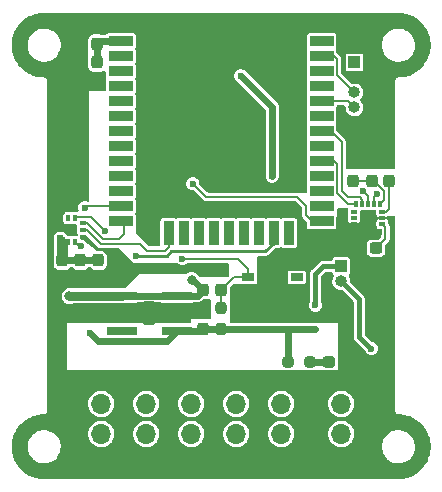
<source format=gtl>
G04 #@! TF.GenerationSoftware,KiCad,Pcbnew,(6.0.1)*
G04 #@! TF.CreationDate,2022-07-28T15:49:30+09:00*
G04 #@! TF.ProjectId,Fc_stm32,46635f73-746d-4333-922e-6b696361645f,rev?*
G04 #@! TF.SameCoordinates,Original*
G04 #@! TF.FileFunction,Copper,L1,Top*
G04 #@! TF.FilePolarity,Positive*
%FSLAX46Y46*%
G04 Gerber Fmt 4.6, Leading zero omitted, Abs format (unit mm)*
G04 Created by KiCad (PCBNEW (6.0.1)) date 2022-07-28 15:49:30*
%MOMM*%
%LPD*%
G01*
G04 APERTURE LIST*
G04 Aperture macros list*
%AMRoundRect*
0 Rectangle with rounded corners*
0 $1 Rounding radius*
0 $2 $3 $4 $5 $6 $7 $8 $9 X,Y pos of 4 corners*
0 Add a 4 corners polygon primitive as box body*
4,1,4,$2,$3,$4,$5,$6,$7,$8,$9,$2,$3,0*
0 Add four circle primitives for the rounded corners*
1,1,$1+$1,$2,$3*
1,1,$1+$1,$4,$5*
1,1,$1+$1,$6,$7*
1,1,$1+$1,$8,$9*
0 Add four rect primitives between the rounded corners*
20,1,$1+$1,$2,$3,$4,$5,0*
20,1,$1+$1,$4,$5,$6,$7,0*
20,1,$1+$1,$6,$7,$8,$9,0*
20,1,$1+$1,$8,$9,$2,$3,0*%
%AMFreePoly0*
4,1,13,0.900000,0.500000,3.600000,0.500000,3.600000,-0.500000,0.900000,-0.500000,0.400000,-1.000000,-0.400000,-1.000000,-0.900000,-0.500000,-3.600000,-0.500000,-3.600000,0.500000,-0.900000,0.500000,-0.400000,1.000000,0.400000,1.000000,0.900000,0.500000,0.900000,0.500000,$1*%
G04 Aperture macros list end*
G04 #@! TA.AperFunction,SMDPad,CuDef*
%ADD10RoundRect,0.237500X0.237500X-0.300000X0.237500X0.300000X-0.237500X0.300000X-0.237500X-0.300000X0*%
G04 #@! TD*
G04 #@! TA.AperFunction,ComponentPad*
%ADD11R,1.700000X1.700000*%
G04 #@! TD*
G04 #@! TA.AperFunction,ComponentPad*
%ADD12O,1.700000X1.700000*%
G04 #@! TD*
G04 #@! TA.AperFunction,ComponentPad*
%ADD13R,1.000000X1.000000*%
G04 #@! TD*
G04 #@! TA.AperFunction,ComponentPad*
%ADD14O,1.000000X1.000000*%
G04 #@! TD*
G04 #@! TA.AperFunction,SMDPad,CuDef*
%ADD15RoundRect,0.100000X0.100000X-0.175000X0.100000X0.175000X-0.100000X0.175000X-0.100000X-0.175000X0*%
G04 #@! TD*
G04 #@! TA.AperFunction,SMDPad,CuDef*
%ADD16RoundRect,0.100000X0.175000X-0.100000X0.175000X0.100000X-0.175000X0.100000X-0.175000X-0.100000X0*%
G04 #@! TD*
G04 #@! TA.AperFunction,SMDPad,CuDef*
%ADD17R,1.050000X0.650000*%
G04 #@! TD*
G04 #@! TA.AperFunction,SMDPad,CuDef*
%ADD18R,2.500000X0.700000*%
G04 #@! TD*
G04 #@! TA.AperFunction,SMDPad,CuDef*
%ADD19FreePoly0,0.000000*%
G04 #@! TD*
G04 #@! TA.AperFunction,SMDPad,CuDef*
%ADD20RoundRect,0.237500X0.300000X0.237500X-0.300000X0.237500X-0.300000X-0.237500X0.300000X-0.237500X0*%
G04 #@! TD*
G04 #@! TA.AperFunction,SMDPad,CuDef*
%ADD21RoundRect,0.237500X0.250000X0.237500X-0.250000X0.237500X-0.250000X-0.237500X0.250000X-0.237500X0*%
G04 #@! TD*
G04 #@! TA.AperFunction,SMDPad,CuDef*
%ADD22RoundRect,0.237500X-0.237500X0.300000X-0.237500X-0.300000X0.237500X-0.300000X0.237500X0.300000X0*%
G04 #@! TD*
G04 #@! TA.AperFunction,SMDPad,CuDef*
%ADD23RoundRect,0.237500X-0.237500X0.250000X-0.237500X-0.250000X0.237500X-0.250000X0.237500X0.250000X0*%
G04 #@! TD*
G04 #@! TA.AperFunction,SMDPad,CuDef*
%ADD24R,2.000000X0.900000*%
G04 #@! TD*
G04 #@! TA.AperFunction,SMDPad,CuDef*
%ADD25R,0.900000X2.000000*%
G04 #@! TD*
G04 #@! TA.AperFunction,SMDPad,CuDef*
%ADD26R,5.000000X5.000000*%
G04 #@! TD*
G04 #@! TA.AperFunction,SMDPad,CuDef*
%ADD27R,0.500000X0.300000*%
G04 #@! TD*
G04 #@! TA.AperFunction,SMDPad,CuDef*
%ADD28R,0.300000X0.500000*%
G04 #@! TD*
G04 #@! TA.AperFunction,SMDPad,CuDef*
%ADD29RoundRect,0.237500X0.287500X0.237500X-0.287500X0.237500X-0.287500X-0.237500X0.287500X-0.237500X0*%
G04 #@! TD*
G04 #@! TA.AperFunction,ViaPad*
%ADD30C,0.600000*%
G04 #@! TD*
G04 #@! TA.AperFunction,ViaPad*
%ADD31C,0.800000*%
G04 #@! TD*
G04 #@! TA.AperFunction,Conductor*
%ADD32C,0.200000*%
G04 #@! TD*
G04 #@! TA.AperFunction,Conductor*
%ADD33C,0.600000*%
G04 #@! TD*
G04 #@! TA.AperFunction,Conductor*
%ADD34C,0.400000*%
G04 #@! TD*
G04 #@! TA.AperFunction,Conductor*
%ADD35C,0.800000*%
G04 #@! TD*
G04 #@! TA.AperFunction,Conductor*
%ADD36C,0.250000*%
G04 #@! TD*
G04 APERTURE END LIST*
D10*
X11125200Y-14527700D03*
X11125200Y-12802700D03*
D11*
X1270000Y-38466000D03*
D12*
X1270000Y-35926000D03*
X1270000Y-33386000D03*
D13*
X10160000Y-21717000D03*
D14*
X10160000Y-22987000D03*
D11*
X-2540000Y-38466000D03*
D12*
X-2540000Y-35926000D03*
X-2540000Y-33386000D03*
D10*
X0Y-23722500D03*
X0Y-21997500D03*
X-1524000Y-27024500D03*
X-1524000Y-25299500D03*
D15*
X-12949200Y-19685000D03*
X-12349200Y-19685000D03*
D16*
X-11684000Y-19269000D03*
X-11684000Y-18669000D03*
X-11684000Y-18069000D03*
D15*
X-12349200Y-17653000D03*
X-12949200Y-17653000D03*
D16*
X-13614400Y-18069000D03*
X-13614400Y-18669000D03*
X-13614400Y-19269000D03*
D10*
X14224000Y-14527700D03*
X14224000Y-12802700D03*
D17*
X6393000Y-22674000D03*
X2243000Y-22674000D03*
X6393000Y-24824000D03*
X2243000Y-24824000D03*
D10*
X-10414000Y-22960500D03*
X-10414000Y-21235500D03*
X-10541000Y-2894500D03*
X-10541000Y-1169500D03*
D13*
X11277600Y-4470400D03*
D14*
X11277600Y-5740400D03*
X11277600Y-7010400D03*
X11277600Y-8280400D03*
D18*
X-8446000Y-24204800D03*
D19*
X-6096000Y-25704800D03*
D18*
X-8446000Y-27204800D03*
X-3746000Y-27204800D03*
X-3746000Y-24204800D03*
D11*
X5080000Y-38466000D03*
D12*
X5080000Y-35926000D03*
X5080000Y-33386000D03*
D20*
X13105300Y-20193000D03*
X11380300Y-20193000D03*
D21*
X7516500Y-29819600D03*
X5691500Y-29819600D03*
D11*
X10160000Y-38466000D03*
D12*
X10160000Y-35926000D03*
X10160000Y-33386000D03*
D22*
X-10541000Y-4471500D03*
X-10541000Y-6196500D03*
D11*
X-6350000Y-38466000D03*
D12*
X-6350000Y-35926000D03*
X-6350000Y-33386000D03*
D10*
X-1524000Y-23722500D03*
X-1524000Y-21997500D03*
D11*
X-10160000Y-38466000D03*
D12*
X-10160000Y-35926000D03*
X-10160000Y-33386000D03*
D23*
X0Y-25249500D03*
X0Y-27074500D03*
D24*
X-8500000Y-1397000D03*
X-8500000Y-2667000D03*
X-8500000Y-3937000D03*
X-8500000Y-5207000D03*
X-8500000Y-6477000D03*
X-8500000Y-7747000D03*
X-8500000Y-9017000D03*
X-8500000Y-10287000D03*
X-8500000Y-11557000D03*
X-8500000Y-12827000D03*
X-8500000Y-14097000D03*
X-8500000Y-15367000D03*
X-8500000Y-16637000D03*
X-8500000Y-17907000D03*
D25*
X-5715000Y-18907000D03*
X-4445000Y-18907000D03*
X-3175000Y-18907000D03*
X-1905000Y-18907000D03*
X-635000Y-18907000D03*
X635000Y-18907000D03*
X1905000Y-18907000D03*
X3175000Y-18907000D03*
X4445000Y-18907000D03*
X5715000Y-18907000D03*
D24*
X8500000Y-17907000D03*
X8500000Y-16637000D03*
X8500000Y-15367000D03*
X8500000Y-14097000D03*
X8500000Y-12827000D03*
X8500000Y-11557000D03*
X8500000Y-10287000D03*
X8500000Y-9017000D03*
X8500000Y-7747000D03*
X8500000Y-6477000D03*
X8500000Y-5207000D03*
X8500000Y-3937000D03*
X8500000Y-2667000D03*
X8500000Y-1397000D03*
D26*
X-1000000Y-8897000D03*
D10*
X-11938000Y-22960500D03*
X-11938000Y-21235500D03*
X-13462000Y-22960500D03*
X-13462000Y-21235500D03*
D27*
X13646000Y-17153000D03*
X13646000Y-17653000D03*
X13646000Y-18153000D03*
D28*
X13446000Y-18853000D03*
X12946000Y-18853000D03*
X12446000Y-18853000D03*
X11946000Y-18853000D03*
X11446000Y-18853000D03*
D27*
X11246000Y-18153000D03*
X11246000Y-17653000D03*
X11246000Y-17153000D03*
D28*
X11446000Y-16453000D03*
X11946000Y-16453000D03*
X12446000Y-16453000D03*
X12946000Y-16453000D03*
X13446000Y-16453000D03*
D29*
X10831800Y-29819600D03*
X9081800Y-29819600D03*
D10*
X12750800Y-14527700D03*
X12750800Y-12802700D03*
D30*
X11785600Y-18389600D03*
X11836400Y-20878800D03*
X10210800Y-17170400D03*
X13411200Y-11074400D03*
X10109200Y-8432800D03*
X10109200Y-10109200D03*
X12293600Y-13208000D03*
X13462000Y-13208000D03*
X11125200Y-14528800D03*
X11977060Y-15339128D03*
X8991600Y-2692400D03*
X-7264400Y-28054302D03*
X7977500Y-25019000D03*
X-10541000Y-4445000D03*
X-3454400Y-27178000D03*
X7977500Y-27074500D03*
X14224000Y-14605000D03*
X4167500Y-27074500D03*
X-11114000Y-27370000D03*
X-10668000Y-21209000D03*
X357500Y-27074500D03*
X0Y-7061200D03*
X12446000Y-17653000D03*
X-254000Y-15087600D03*
X-12700000Y-18669000D03*
X7112000Y-21590000D03*
X-14351000Y-11557000D03*
X12700000Y-39243000D03*
X-2438400Y-11074400D03*
X14351000Y-21844000D03*
X-14351000Y-33782000D03*
X-1016000Y-9652000D03*
X3556000Y-21336000D03*
X14224000Y-24003000D03*
X-12700000Y-4622800D03*
X13335000Y-22479000D03*
X6908800Y-11531600D03*
X6223000Y-16764000D03*
X14351000Y-26162000D03*
X-8331200Y-23215600D03*
X-4064000Y-17272000D03*
X-4953000Y-3048000D03*
X-12827000Y-39243000D03*
X1371600Y-8280400D03*
X-6858000Y-16891000D03*
X-7264400Y-21945600D03*
X762000Y-16764000D03*
X-11684000Y-6223000D03*
X-5207000Y-5969000D03*
X12827000Y-26162000D03*
X12649200Y-27381200D03*
X14351000Y-30480000D03*
X-14351000Y-6223000D03*
X14630400Y-5486400D03*
X3429000Y-5588000D03*
X8509000Y-1397000D03*
X-6858000Y-14122400D03*
X-9398000Y-20574000D03*
X5969000Y-13970000D03*
X3352800Y-16764000D03*
X6908800Y-7518400D03*
X-1397000Y-5207000D03*
X7112000Y-23876000D03*
X-5969000Y-635000D03*
X2921000Y-8763000D03*
X-14351000Y-16891000D03*
X6502400Y-15138400D03*
X0Y-22352000D03*
X-11684000Y-11557000D03*
X7112000Y-19304000D03*
X12319000Y-31623000D03*
X-14351000Y-22479000D03*
X11303000Y-22860000D03*
X14351000Y-33782000D03*
X-1524000Y-22352000D03*
X5384800Y-23520400D03*
X4826000Y-3048000D03*
X-2387600Y-8839200D03*
X10160000Y-20447000D03*
X-14274800Y-30734000D03*
X660400Y-8991600D03*
X4368800Y-14986000D03*
X5181600Y-9702800D03*
X-5461000Y-18288000D03*
X12065000Y-34671000D03*
X3302000Y-12573000D03*
X-8509000Y-1397000D03*
X4775200Y-20472400D03*
X12903200Y-30022800D03*
X-11938000Y-635000D03*
X10464800Y-558800D03*
X5715000Y-635000D03*
X-12801600Y-35356800D03*
X-14351000Y-24384000D03*
X10922000Y-10972800D03*
X-14351000Y-28575000D03*
X-4064000Y-14859000D03*
X-6985000Y-7239000D03*
X-5384800Y-13411200D03*
X3556000Y-22733000D03*
X4572000Y-6985000D03*
X-6731000Y-12192000D03*
X-1320800Y-11074400D03*
X13309600Y-609600D03*
X-10160000Y-22352000D03*
X-6858000Y-4445000D03*
X10033000Y-18796000D03*
X-11734800Y-15798800D03*
X1651000Y-5588000D03*
D31*
X-12852400Y-24282400D03*
D30*
X4318000Y-14097000D03*
D31*
X-2489200Y-22872940D03*
D30*
X13167300Y-15646400D03*
X9144000Y-11557000D03*
X7874000Y-6477000D03*
X7874000Y-5207000D03*
X12700000Y-28702000D03*
X-8107940Y-15367000D03*
X-8507460Y-14097000D03*
X-8906980Y-12827000D03*
X-9144000Y-11557000D03*
X-9144000Y-10287000D03*
X8426628Y-15384872D03*
X-11887200Y-20015200D03*
X-11557000Y-16764000D03*
X-9830989Y-18731095D03*
X-7203500Y-20828000D03*
X-8509000Y-3937000D03*
X-3302000Y-21071478D03*
X-2413000Y-14732000D03*
X8444500Y-16637000D03*
D32*
X13895511Y-19402789D02*
X13105300Y-20193000D01*
X13895511Y-18402511D02*
X13895511Y-19402789D01*
X13646000Y-18153000D02*
X13895511Y-18402511D01*
X14351000Y-17858978D02*
X14351000Y-21844000D01*
X14145022Y-17653000D02*
X14351000Y-17858978D01*
X13646000Y-17653000D02*
X14145022Y-17653000D01*
X9799511Y-13050711D02*
X9575800Y-12827000D01*
X9799512Y-15164574D02*
X9799511Y-13050711D01*
X9799511Y-15495547D02*
X9799512Y-15164574D01*
X9575800Y-12827000D02*
X8500000Y-12827000D01*
X11439800Y-16459200D02*
X10763164Y-16459200D01*
X10763164Y-16459200D02*
X9799511Y-15495547D01*
X11446000Y-16453000D02*
X11439800Y-16459200D01*
X11530500Y-14527700D02*
X12750800Y-14527700D01*
X11125200Y-14527700D02*
X11530500Y-14527700D01*
X13766811Y-16132189D02*
X13446000Y-16453000D01*
X13766811Y-15392411D02*
X13766811Y-16132189D01*
X12750800Y-14527700D02*
X12902100Y-14527700D01*
X12902100Y-14527700D02*
X13766811Y-15392411D01*
X12946000Y-15867700D02*
X12946000Y-16453000D01*
X13167300Y-15646400D02*
X12946000Y-15867700D01*
X12446000Y-15798800D02*
X12446000Y-16453000D01*
X12385932Y-15748000D02*
X12395200Y-15748000D01*
X11977060Y-15339128D02*
X12385932Y-15748000D01*
X12395200Y-15748000D02*
X12446000Y-15798800D01*
X14224000Y-16891000D02*
X14224000Y-14527700D01*
X13962000Y-17153000D02*
X14224000Y-16891000D01*
X13646000Y-17153000D02*
X13962000Y-17153000D01*
X10199031Y-11207009D02*
X9279022Y-10287000D01*
X11766406Y-15900400D02*
X10769370Y-15900400D01*
X10769370Y-15900400D02*
X10199031Y-15330061D01*
X10199031Y-15330061D02*
X10199031Y-11207009D01*
X11946000Y-16079994D02*
X11766406Y-15900400D01*
X11946000Y-16453000D02*
X11946000Y-16079994D01*
X9279022Y-10287000D02*
X8500000Y-10287000D01*
X10744200Y-7747000D02*
X11277600Y-8280400D01*
X8500000Y-7747000D02*
X10744200Y-7747000D01*
X9525000Y-3937000D02*
X8500000Y-3937000D01*
X9799511Y-4211511D02*
X9525000Y-3937000D01*
X9799511Y-5532311D02*
X9799511Y-4211511D01*
X11277600Y-7010400D02*
X9799511Y-5532311D01*
D33*
X-10694500Y-21235500D02*
X-10668000Y-21209000D01*
X-13462000Y-21235500D02*
X-11938000Y-21235500D01*
D34*
X357500Y-27074500D02*
X0Y-27074500D01*
D33*
X-8500000Y-2667000D02*
X-10313500Y-2667000D01*
X4167500Y-27074500D02*
X7977500Y-27074500D01*
X-5727689Y-28054311D02*
X-4595511Y-28054311D01*
X-1474000Y-27074500D02*
X0Y-27074500D01*
X4167500Y-27074500D02*
X5691500Y-27074500D01*
X-11114000Y-27370000D02*
X-10429689Y-28054311D01*
D34*
X8636000Y-21717000D02*
X10160000Y-21717000D01*
D33*
X-3746000Y-27204800D02*
X-1704300Y-27204800D01*
X-1704300Y-27204800D02*
X-1524000Y-27024500D01*
X357500Y-27074500D02*
X4167500Y-27074500D01*
X-10541000Y-4471500D02*
X-10541000Y-2894500D01*
D34*
X7977500Y-22375500D02*
X8636000Y-21717000D01*
D32*
X-13614400Y-21083100D02*
X-13462000Y-21235500D01*
D33*
X-11938000Y-21235500D02*
X-10694500Y-21235500D01*
X-10429689Y-28054311D02*
X-5727689Y-28054311D01*
X5691500Y-27074500D02*
X5691500Y-29819600D01*
X-4595511Y-28054311D02*
X-3746000Y-27204800D01*
X-10313500Y-2667000D02*
X-10541000Y-2894500D01*
D34*
X7977500Y-25019000D02*
X7977500Y-22375500D01*
D32*
X13646000Y-17653000D02*
X12446000Y-17653000D01*
D35*
X-12774800Y-24204800D02*
X-8446000Y-24204800D01*
D33*
X-2400060Y-22872940D02*
X-1550500Y-23722500D01*
X-1524000Y-23722500D02*
X-2006300Y-24204800D01*
X-1550500Y-23722500D02*
X-1524000Y-23722500D01*
X4318000Y-14097000D02*
X4318000Y-8255000D01*
X4318000Y-8255000D02*
X1651000Y-5588000D01*
X-8446000Y-24204800D02*
X-3746000Y-24204800D01*
D35*
X-12852400Y-24282400D02*
X-12774800Y-24204800D01*
D33*
X-2006300Y-24204800D02*
X-3746000Y-24204800D01*
X-2489200Y-22872940D02*
X-2400060Y-22872940D01*
X7516500Y-29819600D02*
X9081800Y-29819600D01*
D34*
X11684000Y-24511000D02*
X11684000Y-27686000D01*
X11684000Y-27686000D02*
X12700000Y-28702000D01*
X10160000Y-22987000D02*
X11684000Y-24511000D01*
D32*
X-11430000Y-16637000D02*
X-8500000Y-16637000D01*
X-12019000Y-20015200D02*
X-12349200Y-19685000D01*
X-11887200Y-20015200D02*
X-12019000Y-20015200D01*
X-11557000Y-16764000D02*
X-11430000Y-16637000D01*
X-6267542Y-20403480D02*
X-4782480Y-20403480D01*
X-4782480Y-20403480D02*
X-4445000Y-20066000D01*
X-4445000Y-20066000D02*
X-4445000Y-18907000D01*
X-10198486Y-19830520D02*
X-6840502Y-19830520D01*
X-11360006Y-18669000D02*
X-10198486Y-19830520D01*
X-6840502Y-19830520D02*
X-6267542Y-20403480D01*
X-11684000Y-18669000D02*
X-11360006Y-18669000D01*
X-8664503Y-19431000D02*
X-10033000Y-19431000D01*
X-8500000Y-17907000D02*
X-8255000Y-18152000D01*
X-8255000Y-18152000D02*
X-8255000Y-19021497D01*
X-11395000Y-18069000D02*
X-11684000Y-18069000D01*
X-10033000Y-19431000D02*
X-11395000Y-18069000D01*
X-8255000Y-19021497D02*
X-8664503Y-19431000D01*
D36*
X-4606637Y-20827999D02*
X-4225616Y-20446978D01*
X-4225616Y-20446978D02*
X3734044Y-20446978D01*
D32*
X-12265680Y-17569480D02*
X-12349200Y-17653000D01*
D36*
X-7203500Y-20828000D02*
X-4606637Y-20827999D01*
X3734044Y-20446978D02*
X4445000Y-19736022D01*
D32*
X-9843905Y-18731095D02*
X-11005520Y-17569480D01*
X-9830989Y-18731095D02*
X-9843905Y-18731095D01*
X-11005520Y-17569480D02*
X-12265680Y-17569480D01*
D36*
X4445000Y-19736022D02*
X4445000Y-18907000D01*
D32*
X2243000Y-21928000D02*
X2243000Y-22674000D01*
X1386489Y-21071489D02*
X2243000Y-21928000D01*
X-3301989Y-21071489D02*
X1386489Y-21071489D01*
X-3302000Y-21071478D02*
X-3301989Y-21071489D01*
X0Y-23722500D02*
X1048500Y-22674000D01*
X1048500Y-22674000D02*
X2243000Y-22674000D01*
X0Y-25249500D02*
X0Y-23722500D01*
X-2413000Y-14732000D02*
X-1295400Y-15849600D01*
X7200489Y-16649289D02*
X7200489Y-17386511D01*
X-1295400Y-15849600D02*
X6400800Y-15849600D01*
X7200489Y-17386511D02*
X7720978Y-17907000D01*
X7720978Y-17907000D02*
X8500000Y-17907000D01*
X6400800Y-15849600D02*
X7200489Y-16649289D01*
G04 #@! TA.AperFunction,Conductor*
G36*
X14987153Y-256421D02*
G01*
X15000000Y-258976D01*
X15012172Y-256555D01*
X15024580Y-256555D01*
X15024580Y-256816D01*
X15035442Y-256064D01*
X15311466Y-272140D01*
X15326014Y-273841D01*
X15421560Y-290688D01*
X15626044Y-326745D01*
X15640301Y-330124D01*
X15810151Y-380973D01*
X15932164Y-417501D01*
X15945929Y-422512D01*
X16225664Y-543178D01*
X16238758Y-549754D01*
X16502598Y-702082D01*
X16514840Y-710134D01*
X16759208Y-892060D01*
X16770432Y-901478D01*
X16992027Y-1110541D01*
X17002083Y-1121199D01*
X17197916Y-1354586D01*
X17206665Y-1366339D01*
X17374071Y-1620866D01*
X17381398Y-1633555D01*
X17518131Y-1905815D01*
X17523931Y-1919261D01*
X17628127Y-2205537D01*
X17632330Y-2219574D01*
X17702590Y-2516024D01*
X17705134Y-2530454D01*
X17740502Y-2833045D01*
X17741354Y-2847673D01*
X17741354Y-3152327D01*
X17740502Y-3166955D01*
X17705134Y-3469546D01*
X17702590Y-3483976D01*
X17632330Y-3780426D01*
X17628127Y-3794463D01*
X17523931Y-4080739D01*
X17518131Y-4094185D01*
X17428176Y-4273302D01*
X17381398Y-4366445D01*
X17374071Y-4379134D01*
X17206665Y-4633661D01*
X17197916Y-4645414D01*
X17002083Y-4878801D01*
X16992027Y-4889459D01*
X16770432Y-5098522D01*
X16759208Y-5107940D01*
X16514840Y-5289866D01*
X16502598Y-5297918D01*
X16238758Y-5450246D01*
X16225665Y-5456821D01*
X16044708Y-5534879D01*
X15945929Y-5577488D01*
X15932164Y-5582499D01*
X15831718Y-5612570D01*
X15640301Y-5669876D01*
X15626044Y-5673255D01*
X15421560Y-5709312D01*
X15326014Y-5726159D01*
X15311466Y-5727860D01*
X15035442Y-5743936D01*
X15024580Y-5743184D01*
X15024580Y-5743445D01*
X15012172Y-5743445D01*
X15000000Y-5741024D01*
X14900894Y-5760737D01*
X14816876Y-5816876D01*
X14760737Y-5900894D01*
X14741024Y-6000000D01*
X14743445Y-6012170D01*
X14743579Y-6012844D01*
X14746000Y-6037425D01*
X14746000Y-13386800D01*
X14725998Y-13454921D01*
X14672342Y-13501414D01*
X14620000Y-13512800D01*
X10679531Y-13512800D01*
X10611410Y-13492798D01*
X10564917Y-13439142D01*
X10553531Y-13386800D01*
X10553531Y-11258266D01*
X10555637Y-11238472D01*
X10555842Y-11234119D01*
X10558034Y-11223939D01*
X10554404Y-11193269D01*
X10554089Y-11187926D01*
X10553959Y-11187937D01*
X10553531Y-11182757D01*
X10553531Y-11177558D01*
X10552678Y-11172434D01*
X10552677Y-11172421D01*
X10550604Y-11159968D01*
X10549767Y-11154093D01*
X10545386Y-11117080D01*
X10544162Y-11106739D01*
X10540461Y-11099031D01*
X10539056Y-11090592D01*
X10516402Y-11048608D01*
X10513721Y-11043345D01*
X10509781Y-11035139D01*
X10493076Y-11000351D01*
X10489720Y-10996359D01*
X10487773Y-10994412D01*
X10486283Y-10992787D01*
X10486050Y-10992355D01*
X10486086Y-10992322D01*
X10485947Y-10992164D01*
X10483014Y-10986729D01*
X10446163Y-10952664D01*
X10442597Y-10949236D01*
X9791404Y-10298044D01*
X9757379Y-10235731D01*
X9754499Y-10208948D01*
X9754499Y-9811934D01*
X9739734Y-9737699D01*
X9729247Y-9722004D01*
X9708030Y-9654252D01*
X9729247Y-9581995D01*
X9739734Y-9566301D01*
X9754500Y-9492067D01*
X9754499Y-8541934D01*
X9739734Y-8467699D01*
X9729247Y-8452004D01*
X9708030Y-8384252D01*
X9729247Y-8311995D01*
X9739734Y-8296301D01*
X9754500Y-8222067D01*
X9754500Y-8215877D01*
X9754572Y-8215149D01*
X9781155Y-8149317D01*
X9839109Y-8108308D01*
X9879965Y-8101500D01*
X10396743Y-8101500D01*
X10464864Y-8121502D01*
X10511357Y-8175158D01*
X10521749Y-8243292D01*
X10518400Y-8269799D01*
X10534918Y-8438262D01*
X10588348Y-8598879D01*
X10676035Y-8743667D01*
X10680926Y-8748732D01*
X10680927Y-8748733D01*
X10704662Y-8773311D01*
X10793621Y-8865431D01*
X10935260Y-8958117D01*
X11093915Y-9017120D01*
X11100896Y-9018051D01*
X11100898Y-9018052D01*
X11254718Y-9038576D01*
X11254722Y-9038576D01*
X11261699Y-9039507D01*
X11268710Y-9038869D01*
X11268714Y-9038869D01*
X11423252Y-9024805D01*
X11430273Y-9024166D01*
X11591259Y-8971858D01*
X11736656Y-8885184D01*
X11859238Y-8768452D01*
X11863139Y-8762581D01*
X11949010Y-8633335D01*
X11949011Y-8633333D01*
X11952911Y-8627463D01*
X12013020Y-8469224D01*
X12024962Y-8384252D01*
X12036027Y-8305523D01*
X12036027Y-8305518D01*
X12036578Y-8301600D01*
X12036874Y-8280400D01*
X12027179Y-8193961D01*
X12018791Y-8119180D01*
X12018790Y-8119177D01*
X12018006Y-8112184D01*
X11962338Y-7952329D01*
X11872638Y-7808779D01*
X11798401Y-7734021D01*
X11764594Y-7671591D01*
X11769906Y-7600794D01*
X11800915Y-7553992D01*
X11854135Y-7503311D01*
X11859238Y-7498452D01*
X11863139Y-7492581D01*
X11949010Y-7363335D01*
X11949011Y-7363333D01*
X11952911Y-7357463D01*
X12013020Y-7199224D01*
X12024962Y-7114252D01*
X12036027Y-7035523D01*
X12036027Y-7035518D01*
X12036578Y-7031600D01*
X12036874Y-7010400D01*
X12018006Y-6842184D01*
X11962338Y-6682329D01*
X11872638Y-6538779D01*
X11753364Y-6418669D01*
X11610444Y-6327969D01*
X11583042Y-6318212D01*
X11457616Y-6273549D01*
X11457611Y-6273548D01*
X11450981Y-6271187D01*
X11443995Y-6270354D01*
X11443991Y-6270353D01*
X11324887Y-6256151D01*
X11282901Y-6251145D01*
X11275898Y-6251881D01*
X11275897Y-6251881D01*
X11198729Y-6259992D01*
X11114557Y-6268838D01*
X11114496Y-6268260D01*
X11048496Y-6263688D01*
X11003169Y-6234630D01*
X10190916Y-5422378D01*
X10156891Y-5360065D01*
X10154011Y-5333282D01*
X10154011Y-4262768D01*
X10156117Y-4242974D01*
X10156322Y-4238621D01*
X10158514Y-4228441D01*
X10154884Y-4197771D01*
X10154569Y-4192428D01*
X10154439Y-4192439D01*
X10154011Y-4187259D01*
X10154011Y-4182060D01*
X10153158Y-4176936D01*
X10153157Y-4176923D01*
X10151084Y-4164470D01*
X10150247Y-4158595D01*
X10145866Y-4121582D01*
X10144642Y-4111241D01*
X10140941Y-4103533D01*
X10139536Y-4095094D01*
X10116882Y-4053110D01*
X10114201Y-4047847D01*
X10096986Y-4011997D01*
X10093556Y-4004853D01*
X10090200Y-4000861D01*
X10088253Y-3998914D01*
X10086763Y-3997289D01*
X10086530Y-3996857D01*
X10086566Y-3996824D01*
X10086427Y-3996666D01*
X10083494Y-3991231D01*
X10046642Y-3957165D01*
X10043076Y-3953737D01*
X10034672Y-3945333D01*
X10523100Y-3945333D01*
X10523101Y-4995466D01*
X10529969Y-5029995D01*
X10534278Y-5051660D01*
X10537866Y-5069701D01*
X10544761Y-5080020D01*
X10544762Y-5080022D01*
X10568665Y-5115794D01*
X10594116Y-5153884D01*
X10678299Y-5210134D01*
X10752533Y-5224900D01*
X11277515Y-5224900D01*
X11802666Y-5224899D01*
X11838418Y-5217788D01*
X11864726Y-5212556D01*
X11864728Y-5212555D01*
X11876901Y-5210134D01*
X11887221Y-5203239D01*
X11887222Y-5203238D01*
X11950768Y-5160777D01*
X11961084Y-5153884D01*
X12017334Y-5069701D01*
X12032100Y-4995467D01*
X12032099Y-3945334D01*
X12017334Y-3871099D01*
X11961084Y-3786916D01*
X11876901Y-3730666D01*
X11802667Y-3715900D01*
X11277685Y-3715900D01*
X10752534Y-3715901D01*
X10718964Y-3722578D01*
X10690474Y-3728244D01*
X10690472Y-3728245D01*
X10678299Y-3730666D01*
X10667979Y-3737561D01*
X10667978Y-3737562D01*
X10607585Y-3777916D01*
X10594116Y-3786916D01*
X10537866Y-3871099D01*
X10523100Y-3945333D01*
X10034672Y-3945333D01*
X9811916Y-3722578D01*
X9799414Y-3707098D01*
X9796475Y-3703868D01*
X9790825Y-3695118D01*
X9786164Y-3691443D01*
X9756254Y-3629946D01*
X9754499Y-3608991D01*
X9754499Y-3461934D01*
X9739734Y-3387699D01*
X9729247Y-3372004D01*
X9708030Y-3304252D01*
X9729247Y-3231995D01*
X9739734Y-3216301D01*
X9754500Y-3142067D01*
X9754500Y-2933789D01*
X13595996Y-2933789D01*
X13604913Y-3171295D01*
X13653719Y-3403904D01*
X13655677Y-3408863D01*
X13655678Y-3408865D01*
X13704925Y-3533564D01*
X13741020Y-3624963D01*
X13743787Y-3629522D01*
X13743788Y-3629525D01*
X13803693Y-3728245D01*
X13864319Y-3828153D01*
X13867816Y-3832183D01*
X14014187Y-4000861D01*
X14020090Y-4007664D01*
X14024216Y-4011047D01*
X14024220Y-4011051D01*
X14137011Y-4103533D01*
X14203880Y-4158362D01*
X14208516Y-4161001D01*
X14208519Y-4161003D01*
X14273117Y-4197774D01*
X14410433Y-4275939D01*
X14633844Y-4357034D01*
X14639092Y-4357983D01*
X14863641Y-4398588D01*
X14863648Y-4398589D01*
X14867725Y-4399326D01*
X14885991Y-4400187D01*
X14891131Y-4400430D01*
X14891138Y-4400430D01*
X14892619Y-4400500D01*
X15059680Y-4400500D01*
X15142026Y-4393513D01*
X15231512Y-4385920D01*
X15231516Y-4385919D01*
X15236823Y-4385469D01*
X15241978Y-4384131D01*
X15241984Y-4384130D01*
X15461703Y-4327102D01*
X15461702Y-4327102D01*
X15466874Y-4325760D01*
X15636483Y-4249357D01*
X15678715Y-4230333D01*
X15678718Y-4230332D01*
X15683576Y-4228143D01*
X15880732Y-4095409D01*
X15888882Y-4087635D01*
X15969162Y-4011051D01*
X16052705Y-3931355D01*
X16194579Y-3740670D01*
X16302295Y-3528807D01*
X16316216Y-3483976D01*
X16371193Y-3306919D01*
X16372775Y-3301824D01*
X16393145Y-3148137D01*
X16403304Y-3071494D01*
X16403304Y-3071491D01*
X16404004Y-3066211D01*
X16395087Y-2828705D01*
X16346281Y-2596096D01*
X16306601Y-2495620D01*
X16260941Y-2380002D01*
X16260940Y-2380000D01*
X16258980Y-2375037D01*
X16247308Y-2355801D01*
X16147870Y-2191934D01*
X16135681Y-2171847D01*
X16083584Y-2111810D01*
X15983410Y-1996369D01*
X15983408Y-1996367D01*
X15979910Y-1992336D01*
X15975784Y-1988953D01*
X15975780Y-1988949D01*
X15800248Y-1845023D01*
X15796120Y-1841638D01*
X15791484Y-1838999D01*
X15791481Y-1838997D01*
X15669685Y-1769667D01*
X15589567Y-1724061D01*
X15366156Y-1642966D01*
X15314112Y-1633555D01*
X15136359Y-1601412D01*
X15136352Y-1601411D01*
X15132275Y-1600674D01*
X15114009Y-1599813D01*
X15108869Y-1599570D01*
X15108862Y-1599570D01*
X15107381Y-1599500D01*
X14940320Y-1599500D01*
X14857974Y-1606487D01*
X14768488Y-1614080D01*
X14768484Y-1614081D01*
X14763177Y-1614531D01*
X14758022Y-1615869D01*
X14758016Y-1615870D01*
X14646612Y-1644785D01*
X14533126Y-1674240D01*
X14435766Y-1718097D01*
X14321285Y-1769667D01*
X14321282Y-1769668D01*
X14316424Y-1771857D01*
X14119268Y-1904591D01*
X14115411Y-1908270D01*
X14115409Y-1908272D01*
X14103890Y-1919261D01*
X13947295Y-2068645D01*
X13805421Y-2259330D01*
X13697705Y-2471193D01*
X13696124Y-2476284D01*
X13696123Y-2476287D01*
X13657301Y-2601315D01*
X13627225Y-2698176D01*
X13595996Y-2933789D01*
X9754500Y-2933789D01*
X9754499Y-2191934D01*
X9739734Y-2117699D01*
X9729579Y-2102500D01*
X9690377Y-2043832D01*
X9683484Y-2033516D01*
X9599301Y-1977266D01*
X9525067Y-1962500D01*
X8500166Y-1962500D01*
X7474934Y-1962501D01*
X7439182Y-1969612D01*
X7412874Y-1974844D01*
X7412872Y-1974845D01*
X7400699Y-1977266D01*
X7390379Y-1984161D01*
X7390378Y-1984162D01*
X7329985Y-2024516D01*
X7316516Y-2033516D01*
X7260266Y-2117699D01*
X7245500Y-2191933D01*
X7245501Y-3142066D01*
X7260266Y-3216301D01*
X7270753Y-3231995D01*
X7291970Y-3299748D01*
X7270753Y-3372004D01*
X7260266Y-3387699D01*
X7245500Y-3461933D01*
X7245501Y-4412066D01*
X7260266Y-4486301D01*
X7270753Y-4501995D01*
X7291970Y-4569748D01*
X7270753Y-4642004D01*
X7260266Y-4657699D01*
X7245500Y-4731933D01*
X7245501Y-5682066D01*
X7252612Y-5717818D01*
X7257807Y-5743936D01*
X7260266Y-5756301D01*
X7268296Y-5768318D01*
X7270753Y-5771995D01*
X7291970Y-5839748D01*
X7270753Y-5912004D01*
X7260266Y-5927699D01*
X7245500Y-6001933D01*
X7245501Y-6952066D01*
X7252612Y-6987818D01*
X7256390Y-7006811D01*
X7260266Y-7026301D01*
X7270753Y-7041995D01*
X7291970Y-7109748D01*
X7270753Y-7182004D01*
X7260266Y-7197699D01*
X7245500Y-7271933D01*
X7245501Y-8222066D01*
X7249723Y-8243294D01*
X7256390Y-8276811D01*
X7260266Y-8296301D01*
X7270753Y-8311995D01*
X7291970Y-8379748D01*
X7270753Y-8452004D01*
X7260266Y-8467699D01*
X7245500Y-8541933D01*
X7245501Y-9492066D01*
X7260266Y-9566301D01*
X7270753Y-9581995D01*
X7291970Y-9649748D01*
X7270753Y-9722004D01*
X7260266Y-9737699D01*
X7245500Y-9811933D01*
X7245501Y-10762066D01*
X7260266Y-10836301D01*
X7270753Y-10851995D01*
X7291970Y-10919748D01*
X7270753Y-10992004D01*
X7260266Y-11007699D01*
X7245500Y-11081933D01*
X7245501Y-12032066D01*
X7260266Y-12106301D01*
X7270753Y-12121995D01*
X7291970Y-12189748D01*
X7270753Y-12262004D01*
X7260266Y-12277699D01*
X7245500Y-12351933D01*
X7245501Y-13302066D01*
X7260266Y-13376301D01*
X7270753Y-13391995D01*
X7291970Y-13459748D01*
X7270753Y-13532004D01*
X7260266Y-13547699D01*
X7245500Y-13621933D01*
X7245501Y-14572066D01*
X7251660Y-14603034D01*
X7257020Y-14629979D01*
X7260266Y-14646301D01*
X7270753Y-14661995D01*
X7291970Y-14729748D01*
X7270753Y-14802004D01*
X7260266Y-14817699D01*
X7245500Y-14891933D01*
X7245500Y-14898120D01*
X7245501Y-15368000D01*
X7225499Y-15436121D01*
X7171844Y-15482614D01*
X7119501Y-15494000D01*
X6449082Y-15494000D01*
X6449082Y-15490760D01*
X6445776Y-15491264D01*
X6445845Y-15493032D01*
X6423675Y-15493903D01*
X6418729Y-15494000D01*
X6299200Y-15494000D01*
X6299865Y-15494466D01*
X6295454Y-15495100D01*
X-1096371Y-15495100D01*
X-1164492Y-15475098D01*
X-1185466Y-15458195D01*
X-1817888Y-14825773D01*
X-1851914Y-14763461D01*
X-1854585Y-14738611D01*
X-1853715Y-14732000D01*
X-1863787Y-14655495D01*
X-1871694Y-14595432D01*
X-1871695Y-14595430D01*
X-1872772Y-14587246D01*
X-1909947Y-14497499D01*
X-1925485Y-14459986D01*
X-1925486Y-14459984D01*
X-1928645Y-14452358D01*
X-1992599Y-14369012D01*
X-2012499Y-14343077D01*
X-2012500Y-14343076D01*
X-2017526Y-14336526D01*
X-2024076Y-14331500D01*
X-2024079Y-14331497D01*
X-2126804Y-14252673D01*
X-2126806Y-14252672D01*
X-2133357Y-14247645D01*
X-2268246Y-14191772D01*
X-2413000Y-14172715D01*
X-2421188Y-14173793D01*
X-2549568Y-14190694D01*
X-2549570Y-14190695D01*
X-2557754Y-14191772D01*
X-2582963Y-14202214D01*
X-2685014Y-14244485D01*
X-2685016Y-14244486D01*
X-2692642Y-14247645D01*
X-2808474Y-14336526D01*
X-2897355Y-14452358D01*
X-2900514Y-14459984D01*
X-2900515Y-14459986D01*
X-2916053Y-14497499D01*
X-2953228Y-14587246D01*
X-2954305Y-14595430D01*
X-2954306Y-14595432D01*
X-2962213Y-14655495D01*
X-2972285Y-14732000D01*
X-2953228Y-14876754D01*
X-2897355Y-15011642D01*
X-2808474Y-15127474D01*
X-2801924Y-15132500D01*
X-2801921Y-15132503D01*
X-2699196Y-15211327D01*
X-2692643Y-15216355D01*
X-2557754Y-15272228D01*
X-2413000Y-15291285D01*
X-2407236Y-15290526D01*
X-2340202Y-15310209D01*
X-2319228Y-15327111D01*
X-1582316Y-16064022D01*
X-1569814Y-16079502D01*
X-1566875Y-16082732D01*
X-1561225Y-16091482D01*
X-1536962Y-16110609D01*
X-1532967Y-16114159D01*
X-1532883Y-16114060D01*
X-1528920Y-16117418D01*
X-1525244Y-16121094D01*
X-1521015Y-16124117D01*
X-1521014Y-16124117D01*
X-1510748Y-16131454D01*
X-1506005Y-16135015D01*
X-1476725Y-16158097D01*
X-1476721Y-16158099D01*
X-1468543Y-16164546D01*
X-1460475Y-16167379D01*
X-1453515Y-16172353D01*
X-1443537Y-16175337D01*
X-1407814Y-16186020D01*
X-1402165Y-16187856D01*
X-1357192Y-16203650D01*
X-1351996Y-16204100D01*
X-1349291Y-16204100D01*
X-1347035Y-16204197D01*
X-1346559Y-16204340D01*
X-1346561Y-16204386D01*
X-1346362Y-16204399D01*
X-1340445Y-16206168D01*
X-1290276Y-16204197D01*
X-1285330Y-16204100D01*
X6201770Y-16204100D01*
X6269891Y-16224102D01*
X6290865Y-16241004D01*
X6809084Y-16759222D01*
X6843109Y-16821535D01*
X6845989Y-16848318D01*
X6845989Y-17335254D01*
X6843883Y-17355048D01*
X6843678Y-17359401D01*
X6841486Y-17369581D01*
X6843918Y-17390126D01*
X6845116Y-17400248D01*
X6845431Y-17405594D01*
X6845561Y-17405583D01*
X6845989Y-17410763D01*
X6845989Y-17415962D01*
X6846842Y-17421086D01*
X6846843Y-17421099D01*
X6848916Y-17433552D01*
X6849753Y-17439427D01*
X6853593Y-17471870D01*
X6855358Y-17486781D01*
X6859059Y-17494489D01*
X6860464Y-17502928D01*
X6883118Y-17544912D01*
X6885799Y-17550175D01*
X6906444Y-17593169D01*
X6909800Y-17597161D01*
X6911747Y-17599108D01*
X6913237Y-17600733D01*
X6913470Y-17601165D01*
X6913434Y-17601198D01*
X6913573Y-17601356D01*
X6916506Y-17606791D01*
X6924153Y-17613860D01*
X6953370Y-17640868D01*
X6956936Y-17644297D01*
X7208596Y-17895957D01*
X7242622Y-17958269D01*
X7245501Y-17985052D01*
X7245501Y-18382066D01*
X7252051Y-18415000D01*
X7257095Y-18440357D01*
X7260266Y-18456301D01*
X7267161Y-18466620D01*
X7267162Y-18466622D01*
X7273541Y-18476168D01*
X7316516Y-18540484D01*
X7400699Y-18596734D01*
X7474933Y-18611500D01*
X8499834Y-18611500D01*
X9525066Y-18611499D01*
X9560818Y-18604388D01*
X9587126Y-18599156D01*
X9587128Y-18599155D01*
X9599301Y-18596734D01*
X9609621Y-18589839D01*
X9609622Y-18589838D01*
X9673168Y-18547377D01*
X9683484Y-18540484D01*
X9739734Y-18456301D01*
X9754500Y-18382067D01*
X9754499Y-17593477D01*
X9774312Y-17526000D01*
X9779000Y-17526000D01*
X9779000Y-16940800D01*
X9799002Y-16872679D01*
X9852658Y-16826186D01*
X9905000Y-16814800D01*
X10620418Y-16814800D01*
X10688539Y-16834802D01*
X10735032Y-16888458D01*
X10743996Y-16965384D01*
X10742707Y-16971862D01*
X10742706Y-16971868D01*
X10741500Y-16977933D01*
X10741501Y-17328066D01*
X10750900Y-17375323D01*
X10751516Y-17378419D01*
X10751516Y-17427578D01*
X10741500Y-17477933D01*
X10741501Y-17828066D01*
X10747255Y-17856996D01*
X10751008Y-17875863D01*
X10756266Y-17902301D01*
X10812516Y-17986484D01*
X10896699Y-18042734D01*
X10970933Y-18057500D01*
X11245955Y-18057500D01*
X11521066Y-18057499D01*
X11556818Y-18050388D01*
X11583126Y-18045156D01*
X11583128Y-18045155D01*
X11595301Y-18042734D01*
X11605621Y-18035839D01*
X11605622Y-18035838D01*
X11669168Y-17993377D01*
X11679484Y-17986484D01*
X11735734Y-17902301D01*
X11750500Y-17828067D01*
X11750499Y-17477934D01*
X11740483Y-17427576D01*
X11740484Y-17378419D01*
X11750500Y-17328067D01*
X11750499Y-17083500D01*
X11770501Y-17015380D01*
X11824156Y-16968887D01*
X11876498Y-16957500D01*
X12101675Y-16957499D01*
X12121066Y-16957499D01*
X12171419Y-16947484D01*
X12220579Y-16947484D01*
X12270933Y-16957500D01*
X12445971Y-16957500D01*
X12621066Y-16957499D01*
X12671419Y-16947484D01*
X12720579Y-16947484D01*
X12770933Y-16957500D01*
X12790317Y-16957500D01*
X13015500Y-16957499D01*
X13083620Y-16977501D01*
X13130113Y-17031156D01*
X13141500Y-17083498D01*
X13141501Y-17212912D01*
X13141501Y-17328066D01*
X13145343Y-17347381D01*
X13152826Y-17385003D01*
X13156266Y-17402301D01*
X13163161Y-17412621D01*
X13163162Y-17412622D01*
X13180200Y-17438120D01*
X13212516Y-17486484D01*
X13222832Y-17493377D01*
X13286381Y-17535840D01*
X13286382Y-17535841D01*
X13291542Y-17539288D01*
X13296699Y-17542734D01*
X13296391Y-17543195D01*
X13343476Y-17581138D01*
X13365898Y-17648501D01*
X13348340Y-17717293D01*
X13299578Y-17762693D01*
X13296699Y-17763266D01*
X13286382Y-17770159D01*
X13286381Y-17770160D01*
X13245647Y-17797378D01*
X13212516Y-17819516D01*
X13156266Y-17903699D01*
X13141500Y-17977933D01*
X13141501Y-18328066D01*
X13146952Y-18355470D01*
X13153576Y-18388774D01*
X13156266Y-18402301D01*
X13163161Y-18412621D01*
X13163162Y-18412622D01*
X13192348Y-18456301D01*
X13212516Y-18486484D01*
X13296699Y-18542734D01*
X13370933Y-18557500D01*
X13415011Y-18557500D01*
X13483132Y-18577502D01*
X13529625Y-18631158D01*
X13541011Y-18683500D01*
X13541011Y-19203760D01*
X13521009Y-19271881D01*
X13504106Y-19292855D01*
X13370366Y-19426595D01*
X13308054Y-19460621D01*
X13281271Y-19463500D01*
X12758730Y-19463500D01*
X12698564Y-19470036D01*
X12682602Y-19476020D01*
X12575005Y-19516356D01*
X12575002Y-19516357D01*
X12566601Y-19519507D01*
X12453826Y-19604026D01*
X12369307Y-19716801D01*
X12319836Y-19848764D01*
X12313300Y-19908930D01*
X12313300Y-20477070D01*
X12319836Y-20537236D01*
X12369307Y-20669199D01*
X12453826Y-20781974D01*
X12566601Y-20866493D01*
X12575002Y-20869643D01*
X12575005Y-20869644D01*
X12626451Y-20888930D01*
X12698564Y-20915964D01*
X12758730Y-20922500D01*
X13451870Y-20922500D01*
X13512036Y-20915964D01*
X13584149Y-20888930D01*
X13635595Y-20869644D01*
X13635598Y-20869643D01*
X13643999Y-20866493D01*
X13756774Y-20781974D01*
X13841293Y-20669199D01*
X13890764Y-20537236D01*
X13897300Y-20477070D01*
X13897300Y-19954528D01*
X13917302Y-19886407D01*
X13934205Y-19865433D01*
X14109931Y-19689707D01*
X14125413Y-19677202D01*
X14128640Y-19674266D01*
X14137393Y-19668614D01*
X14156520Y-19644351D01*
X14160070Y-19640356D01*
X14159971Y-19640272D01*
X14163329Y-19636309D01*
X14167005Y-19632633D01*
X14170028Y-19628403D01*
X14177365Y-19618137D01*
X14180926Y-19613394D01*
X14204008Y-19584114D01*
X14204010Y-19584110D01*
X14210457Y-19575932D01*
X14213290Y-19567864D01*
X14218264Y-19560904D01*
X14231931Y-19515203D01*
X14233767Y-19509554D01*
X14246935Y-19472058D01*
X14249561Y-19464581D01*
X14250011Y-19459385D01*
X14250011Y-19456680D01*
X14250108Y-19454424D01*
X14250251Y-19453948D01*
X14250297Y-19453950D01*
X14250310Y-19453751D01*
X14252079Y-19447834D01*
X14250108Y-19397665D01*
X14250011Y-19392719D01*
X14250011Y-18453768D01*
X14252117Y-18433974D01*
X14252322Y-18429621D01*
X14254514Y-18419441D01*
X14250884Y-18388771D01*
X14250569Y-18383428D01*
X14250439Y-18383439D01*
X14250011Y-18378259D01*
X14250011Y-18373060D01*
X14249158Y-18367936D01*
X14249157Y-18367923D01*
X14247084Y-18355470D01*
X14246247Y-18349595D01*
X14241866Y-18312582D01*
X14240642Y-18302241D01*
X14236941Y-18294533D01*
X14235536Y-18286094D01*
X14212882Y-18244110D01*
X14210201Y-18238847D01*
X14192986Y-18202997D01*
X14189556Y-18195853D01*
X14186200Y-18191861D01*
X14184273Y-18189934D01*
X14183642Y-18189246D01*
X14182164Y-18186237D01*
X14180153Y-18183123D01*
X14180518Y-18182887D01*
X14152338Y-18125523D01*
X14150500Y-18104080D01*
X14150499Y-17984123D01*
X14150499Y-17977934D01*
X14142968Y-17940068D01*
X14138156Y-17915874D01*
X14138155Y-17915872D01*
X14135734Y-17903699D01*
X14125327Y-17888123D01*
X14086377Y-17829832D01*
X14079484Y-17819516D01*
X14046353Y-17797378D01*
X14005619Y-17770160D01*
X14005618Y-17770159D01*
X13995301Y-17763266D01*
X13995609Y-17762805D01*
X13948524Y-17724862D01*
X13926102Y-17657499D01*
X13943660Y-17588707D01*
X13992422Y-17543307D01*
X13995301Y-17542734D01*
X14041158Y-17512093D01*
X14052422Y-17504567D01*
X14074397Y-17493694D01*
X14078417Y-17493025D01*
X14087575Y-17488083D01*
X14097433Y-17484708D01*
X14098086Y-17486614D01*
X14143278Y-17475200D01*
X14620000Y-17475200D01*
X14688121Y-17495202D01*
X14734614Y-17548858D01*
X14746000Y-17601200D01*
X14746000Y-33962575D01*
X14743579Y-33987153D01*
X14741024Y-34000000D01*
X14746000Y-34025017D01*
X14760737Y-34099106D01*
X14816876Y-34183124D01*
X14900894Y-34239263D01*
X14987829Y-34256555D01*
X15000000Y-34258976D01*
X15012172Y-34256555D01*
X15024580Y-34256555D01*
X15024580Y-34256816D01*
X15035442Y-34256064D01*
X15311466Y-34272140D01*
X15326014Y-34273841D01*
X15421560Y-34290688D01*
X15626044Y-34326745D01*
X15640301Y-34330124D01*
X15750423Y-34363092D01*
X15932164Y-34417501D01*
X15945926Y-34422511D01*
X16110989Y-34493712D01*
X16225664Y-34543178D01*
X16238758Y-34549754D01*
X16502598Y-34702082D01*
X16514840Y-34710134D01*
X16759208Y-34892060D01*
X16770432Y-34901478D01*
X16992027Y-35110541D01*
X17002083Y-35121199D01*
X17197916Y-35354586D01*
X17206665Y-35366339D01*
X17374071Y-35620866D01*
X17381398Y-35633555D01*
X17518131Y-35905815D01*
X17523931Y-35919261D01*
X17628127Y-36205537D01*
X17632330Y-36219574D01*
X17702590Y-36516024D01*
X17705134Y-36530454D01*
X17740502Y-36833045D01*
X17741354Y-36847673D01*
X17741354Y-37152327D01*
X17740502Y-37166955D01*
X17705134Y-37469546D01*
X17702590Y-37483976D01*
X17632330Y-37780426D01*
X17628127Y-37794463D01*
X17523931Y-38080739D01*
X17518131Y-38094185D01*
X17461877Y-38206198D01*
X17381398Y-38366445D01*
X17374071Y-38379134D01*
X17206665Y-38633661D01*
X17197916Y-38645414D01*
X17002083Y-38878801D01*
X16992027Y-38889459D01*
X16770432Y-39098522D01*
X16759208Y-39107940D01*
X16514840Y-39289866D01*
X16502598Y-39297918D01*
X16238758Y-39450246D01*
X16225664Y-39456822D01*
X15945929Y-39577488D01*
X15932164Y-39582499D01*
X15810151Y-39619027D01*
X15640301Y-39669876D01*
X15626044Y-39673255D01*
X15421560Y-39709312D01*
X15326014Y-39726159D01*
X15311466Y-39727860D01*
X15035442Y-39743936D01*
X15024580Y-39743184D01*
X15024580Y-39743445D01*
X15012172Y-39743445D01*
X15000000Y-39741024D01*
X14987153Y-39743579D01*
X14962575Y-39746000D01*
X-14962575Y-39746000D01*
X-14987153Y-39743579D01*
X-15000000Y-39741024D01*
X-15012172Y-39743445D01*
X-15024580Y-39743445D01*
X-15024580Y-39743184D01*
X-15035442Y-39743936D01*
X-15311466Y-39727860D01*
X-15326014Y-39726159D01*
X-15421560Y-39709312D01*
X-15626044Y-39673255D01*
X-15640301Y-39669876D01*
X-15810151Y-39619027D01*
X-15932164Y-39582499D01*
X-15945929Y-39577488D01*
X-16225664Y-39456822D01*
X-16238758Y-39450246D01*
X-16502598Y-39297918D01*
X-16514840Y-39289866D01*
X-16759208Y-39107940D01*
X-16770432Y-39098522D01*
X-16992027Y-38889459D01*
X-17002083Y-38878801D01*
X-17197916Y-38645414D01*
X-17206665Y-38633661D01*
X-17374071Y-38379134D01*
X-17381398Y-38366445D01*
X-17461877Y-38206198D01*
X-17518131Y-38094185D01*
X-17523931Y-38080739D01*
X-17628127Y-37794463D01*
X-17632330Y-37780426D01*
X-17702590Y-37483976D01*
X-17705134Y-37469546D01*
X-17740502Y-37166955D01*
X-17741354Y-37152327D01*
X-17741354Y-36933789D01*
X-16404004Y-36933789D01*
X-16395087Y-37171295D01*
X-16346281Y-37403904D01*
X-16344323Y-37408863D01*
X-16344322Y-37408865D01*
X-16295075Y-37533564D01*
X-16258980Y-37624963D01*
X-16135681Y-37828153D01*
X-15979910Y-38007664D01*
X-15975784Y-38011047D01*
X-15975780Y-38011051D01*
X-15882378Y-38087635D01*
X-15796120Y-38158362D01*
X-15791484Y-38161001D01*
X-15791481Y-38161003D01*
X-15712084Y-38206198D01*
X-15589567Y-38275939D01*
X-15366156Y-38357034D01*
X-15360908Y-38357983D01*
X-15136359Y-38398588D01*
X-15136352Y-38398589D01*
X-15132275Y-38399326D01*
X-15114009Y-38400187D01*
X-15108869Y-38400430D01*
X-15108862Y-38400430D01*
X-15107381Y-38400500D01*
X-14940320Y-38400500D01*
X-14857974Y-38393513D01*
X-14768488Y-38385920D01*
X-14768484Y-38385919D01*
X-14763177Y-38385469D01*
X-14758022Y-38384131D01*
X-14758016Y-38384130D01*
X-14538297Y-38327102D01*
X-14538298Y-38327102D01*
X-14533126Y-38325760D01*
X-14416673Y-38273302D01*
X-14321285Y-38230333D01*
X-14321282Y-38230332D01*
X-14316424Y-38228143D01*
X-14119268Y-38095409D01*
X-14111118Y-38087635D01*
X-14030838Y-38011051D01*
X-13947295Y-37931355D01*
X-13805421Y-37740670D01*
X-13697705Y-37528807D01*
X-13683784Y-37483976D01*
X-13628807Y-37306919D01*
X-13627225Y-37301824D01*
X-13595996Y-37066211D01*
X-13604913Y-36828705D01*
X-13653719Y-36596096D01*
X-13668480Y-36558718D01*
X-13739059Y-36380002D01*
X-13739060Y-36380000D01*
X-13741020Y-36375037D01*
X-13864319Y-36171847D01*
X-14020090Y-35992336D01*
X-14024216Y-35988953D01*
X-14024220Y-35988949D01*
X-14136405Y-35896964D01*
X-11268852Y-35896964D01*
X-11255576Y-36099522D01*
X-11254155Y-36105118D01*
X-11254154Y-36105123D01*
X-11213781Y-36264090D01*
X-11205608Y-36296269D01*
X-11203191Y-36301512D01*
X-11167007Y-36380002D01*
X-11120623Y-36480616D01*
X-11117290Y-36485332D01*
X-11039010Y-36596096D01*
X-11003467Y-36646389D01*
X-10858062Y-36788035D01*
X-10689280Y-36900812D01*
X-10683977Y-36903090D01*
X-10683974Y-36903092D01*
X-10595293Y-36941192D01*
X-10502772Y-36980942D01*
X-10429756Y-36997464D01*
X-10310421Y-37024467D01*
X-10310416Y-37024468D01*
X-10304784Y-37025742D01*
X-10299013Y-37025969D01*
X-10299011Y-37025969D01*
X-10239244Y-37028317D01*
X-10101947Y-37033712D01*
X-10001501Y-37019148D01*
X-9906769Y-37005413D01*
X-9906764Y-37005412D01*
X-9901055Y-37004584D01*
X-9895591Y-37002729D01*
X-9895586Y-37002728D01*
X-9714307Y-36941192D01*
X-9714302Y-36941190D01*
X-9708835Y-36939334D01*
X-9698933Y-36933789D01*
X-9545163Y-36847673D01*
X-9531724Y-36840147D01*
X-9523184Y-36833045D01*
X-9380087Y-36714031D01*
X-9375655Y-36710345D01*
X-9284975Y-36601315D01*
X-9249547Y-36558718D01*
X-9249545Y-36558715D01*
X-9245853Y-36554276D01*
X-9146666Y-36377165D01*
X-9144810Y-36371698D01*
X-9144808Y-36371693D01*
X-9083272Y-36190414D01*
X-9083271Y-36190409D01*
X-9081416Y-36184945D01*
X-9080588Y-36179236D01*
X-9080587Y-36179231D01*
X-9052821Y-35987727D01*
X-9052288Y-35984053D01*
X-9050768Y-35926000D01*
X-9053436Y-35896964D01*
X-7458852Y-35896964D01*
X-7445576Y-36099522D01*
X-7444155Y-36105118D01*
X-7444154Y-36105123D01*
X-7403781Y-36264090D01*
X-7395608Y-36296269D01*
X-7393191Y-36301512D01*
X-7357007Y-36380002D01*
X-7310623Y-36480616D01*
X-7307290Y-36485332D01*
X-7229010Y-36596096D01*
X-7193467Y-36646389D01*
X-7048062Y-36788035D01*
X-6879280Y-36900812D01*
X-6873977Y-36903090D01*
X-6873974Y-36903092D01*
X-6785293Y-36941192D01*
X-6692772Y-36980942D01*
X-6619756Y-36997464D01*
X-6500421Y-37024467D01*
X-6500416Y-37024468D01*
X-6494784Y-37025742D01*
X-6489013Y-37025969D01*
X-6489011Y-37025969D01*
X-6429244Y-37028317D01*
X-6291947Y-37033712D01*
X-6191501Y-37019148D01*
X-6096769Y-37005413D01*
X-6096764Y-37005412D01*
X-6091055Y-37004584D01*
X-6085591Y-37002729D01*
X-6085586Y-37002728D01*
X-5904307Y-36941192D01*
X-5904302Y-36941190D01*
X-5898835Y-36939334D01*
X-5888933Y-36933789D01*
X-5735163Y-36847673D01*
X-5721724Y-36840147D01*
X-5713184Y-36833045D01*
X-5570087Y-36714031D01*
X-5565655Y-36710345D01*
X-5474975Y-36601315D01*
X-5439547Y-36558718D01*
X-5439545Y-36558715D01*
X-5435853Y-36554276D01*
X-5336666Y-36377165D01*
X-5334810Y-36371698D01*
X-5334808Y-36371693D01*
X-5273272Y-36190414D01*
X-5273271Y-36190409D01*
X-5271416Y-36184945D01*
X-5270588Y-36179236D01*
X-5270587Y-36179231D01*
X-5242821Y-35987727D01*
X-5242288Y-35984053D01*
X-5240768Y-35926000D01*
X-5243436Y-35896964D01*
X-3648852Y-35896964D01*
X-3635576Y-36099522D01*
X-3634155Y-36105118D01*
X-3634154Y-36105123D01*
X-3593781Y-36264090D01*
X-3585608Y-36296269D01*
X-3583191Y-36301512D01*
X-3547007Y-36380002D01*
X-3500623Y-36480616D01*
X-3497290Y-36485332D01*
X-3419010Y-36596096D01*
X-3383467Y-36646389D01*
X-3238062Y-36788035D01*
X-3069280Y-36900812D01*
X-3063977Y-36903090D01*
X-3063974Y-36903092D01*
X-2975293Y-36941192D01*
X-2882772Y-36980942D01*
X-2809756Y-36997464D01*
X-2690421Y-37024467D01*
X-2690416Y-37024468D01*
X-2684784Y-37025742D01*
X-2679013Y-37025969D01*
X-2679011Y-37025969D01*
X-2619244Y-37028317D01*
X-2481947Y-37033712D01*
X-2381501Y-37019148D01*
X-2286769Y-37005413D01*
X-2286764Y-37005412D01*
X-2281055Y-37004584D01*
X-2275591Y-37002729D01*
X-2275586Y-37002728D01*
X-2094307Y-36941192D01*
X-2094302Y-36941190D01*
X-2088835Y-36939334D01*
X-2078933Y-36933789D01*
X-1925163Y-36847673D01*
X-1911724Y-36840147D01*
X-1903184Y-36833045D01*
X-1760087Y-36714031D01*
X-1755655Y-36710345D01*
X-1664975Y-36601315D01*
X-1629547Y-36558718D01*
X-1629545Y-36558715D01*
X-1625853Y-36554276D01*
X-1526666Y-36377165D01*
X-1524810Y-36371698D01*
X-1524808Y-36371693D01*
X-1463272Y-36190414D01*
X-1463271Y-36190409D01*
X-1461416Y-36184945D01*
X-1460588Y-36179236D01*
X-1460587Y-36179231D01*
X-1432821Y-35987727D01*
X-1432288Y-35984053D01*
X-1430768Y-35926000D01*
X-1433436Y-35896964D01*
X161148Y-35896964D01*
X174424Y-36099522D01*
X175845Y-36105118D01*
X175846Y-36105123D01*
X216219Y-36264090D01*
X224392Y-36296269D01*
X226809Y-36301512D01*
X262993Y-36380002D01*
X309377Y-36480616D01*
X312710Y-36485332D01*
X390990Y-36596096D01*
X426533Y-36646389D01*
X571938Y-36788035D01*
X740720Y-36900812D01*
X746023Y-36903090D01*
X746026Y-36903092D01*
X834707Y-36941192D01*
X927228Y-36980942D01*
X1000244Y-36997464D01*
X1119579Y-37024467D01*
X1119584Y-37024468D01*
X1125216Y-37025742D01*
X1130987Y-37025969D01*
X1130989Y-37025969D01*
X1190756Y-37028317D01*
X1328053Y-37033712D01*
X1428499Y-37019148D01*
X1523231Y-37005413D01*
X1523236Y-37005412D01*
X1528945Y-37004584D01*
X1534409Y-37002729D01*
X1534414Y-37002728D01*
X1715693Y-36941192D01*
X1715698Y-36941190D01*
X1721165Y-36939334D01*
X1731067Y-36933789D01*
X1884837Y-36847673D01*
X1898276Y-36840147D01*
X1906816Y-36833045D01*
X2049913Y-36714031D01*
X2054345Y-36710345D01*
X2145025Y-36601315D01*
X2180453Y-36558718D01*
X2180455Y-36558715D01*
X2184147Y-36554276D01*
X2283334Y-36377165D01*
X2285190Y-36371698D01*
X2285192Y-36371693D01*
X2346728Y-36190414D01*
X2346729Y-36190409D01*
X2348584Y-36184945D01*
X2349412Y-36179236D01*
X2349413Y-36179231D01*
X2377179Y-35987727D01*
X2377712Y-35984053D01*
X2379232Y-35926000D01*
X2376564Y-35896964D01*
X3971148Y-35896964D01*
X3984424Y-36099522D01*
X3985845Y-36105118D01*
X3985846Y-36105123D01*
X4026219Y-36264090D01*
X4034392Y-36296269D01*
X4036809Y-36301512D01*
X4072993Y-36380002D01*
X4119377Y-36480616D01*
X4122710Y-36485332D01*
X4200990Y-36596096D01*
X4236533Y-36646389D01*
X4381938Y-36788035D01*
X4550720Y-36900812D01*
X4556023Y-36903090D01*
X4556026Y-36903092D01*
X4644707Y-36941192D01*
X4737228Y-36980942D01*
X4810244Y-36997464D01*
X4929579Y-37024467D01*
X4929584Y-37024468D01*
X4935216Y-37025742D01*
X4940987Y-37025969D01*
X4940989Y-37025969D01*
X5000756Y-37028317D01*
X5138053Y-37033712D01*
X5238499Y-37019148D01*
X5333231Y-37005413D01*
X5333236Y-37005412D01*
X5338945Y-37004584D01*
X5344409Y-37002729D01*
X5344414Y-37002728D01*
X5525693Y-36941192D01*
X5525698Y-36941190D01*
X5531165Y-36939334D01*
X5541067Y-36933789D01*
X5694837Y-36847673D01*
X5708276Y-36840147D01*
X5716816Y-36833045D01*
X5859913Y-36714031D01*
X5864345Y-36710345D01*
X5955025Y-36601315D01*
X5990453Y-36558718D01*
X5990455Y-36558715D01*
X5994147Y-36554276D01*
X6093334Y-36377165D01*
X6095190Y-36371698D01*
X6095192Y-36371693D01*
X6156728Y-36190414D01*
X6156729Y-36190409D01*
X6158584Y-36184945D01*
X6159412Y-36179236D01*
X6159413Y-36179231D01*
X6187179Y-35987727D01*
X6187712Y-35984053D01*
X6189232Y-35926000D01*
X6186564Y-35896964D01*
X9051148Y-35896964D01*
X9064424Y-36099522D01*
X9065845Y-36105118D01*
X9065846Y-36105123D01*
X9106219Y-36264090D01*
X9114392Y-36296269D01*
X9116809Y-36301512D01*
X9152993Y-36380002D01*
X9199377Y-36480616D01*
X9202710Y-36485332D01*
X9280990Y-36596096D01*
X9316533Y-36646389D01*
X9461938Y-36788035D01*
X9630720Y-36900812D01*
X9636023Y-36903090D01*
X9636026Y-36903092D01*
X9724707Y-36941192D01*
X9817228Y-36980942D01*
X9890244Y-36997464D01*
X10009579Y-37024467D01*
X10009584Y-37024468D01*
X10015216Y-37025742D01*
X10020987Y-37025969D01*
X10020989Y-37025969D01*
X10080756Y-37028317D01*
X10218053Y-37033712D01*
X10318499Y-37019148D01*
X10413231Y-37005413D01*
X10413236Y-37005412D01*
X10418945Y-37004584D01*
X10424409Y-37002729D01*
X10424414Y-37002728D01*
X10605693Y-36941192D01*
X10605698Y-36941190D01*
X10611165Y-36939334D01*
X10621067Y-36933789D01*
X13595996Y-36933789D01*
X13604913Y-37171295D01*
X13653719Y-37403904D01*
X13655677Y-37408863D01*
X13655678Y-37408865D01*
X13704925Y-37533564D01*
X13741020Y-37624963D01*
X13864319Y-37828153D01*
X14020090Y-38007664D01*
X14024216Y-38011047D01*
X14024220Y-38011051D01*
X14117622Y-38087635D01*
X14203880Y-38158362D01*
X14208516Y-38161001D01*
X14208519Y-38161003D01*
X14287916Y-38206198D01*
X14410433Y-38275939D01*
X14633844Y-38357034D01*
X14639092Y-38357983D01*
X14863641Y-38398588D01*
X14863648Y-38398589D01*
X14867725Y-38399326D01*
X14885991Y-38400187D01*
X14891131Y-38400430D01*
X14891138Y-38400430D01*
X14892619Y-38400500D01*
X15059680Y-38400500D01*
X15142026Y-38393513D01*
X15231512Y-38385920D01*
X15231516Y-38385919D01*
X15236823Y-38385469D01*
X15241978Y-38384131D01*
X15241984Y-38384130D01*
X15461703Y-38327102D01*
X15461702Y-38327102D01*
X15466874Y-38325760D01*
X15583327Y-38273302D01*
X15678715Y-38230333D01*
X15678718Y-38230332D01*
X15683576Y-38228143D01*
X15880732Y-38095409D01*
X15888882Y-38087635D01*
X15969162Y-38011051D01*
X16052705Y-37931355D01*
X16194579Y-37740670D01*
X16302295Y-37528807D01*
X16316216Y-37483976D01*
X16371193Y-37306919D01*
X16372775Y-37301824D01*
X16404004Y-37066211D01*
X16395087Y-36828705D01*
X16346281Y-36596096D01*
X16331520Y-36558718D01*
X16260941Y-36380002D01*
X16260940Y-36380000D01*
X16258980Y-36375037D01*
X16135681Y-36171847D01*
X15979910Y-35992336D01*
X15975784Y-35988953D01*
X15975780Y-35988949D01*
X15800248Y-35845023D01*
X15796120Y-35841638D01*
X15791484Y-35838999D01*
X15791481Y-35838997D01*
X15599320Y-35729613D01*
X15589567Y-35724061D01*
X15366156Y-35642966D01*
X15314112Y-35633555D01*
X15136359Y-35601412D01*
X15136352Y-35601411D01*
X15132275Y-35600674D01*
X15114009Y-35599813D01*
X15108869Y-35599570D01*
X15108862Y-35599570D01*
X15107381Y-35599500D01*
X14940320Y-35599500D01*
X14857974Y-35606487D01*
X14768488Y-35614080D01*
X14768484Y-35614081D01*
X14763177Y-35614531D01*
X14758022Y-35615869D01*
X14758016Y-35615870D01*
X14646612Y-35644785D01*
X14533126Y-35674240D01*
X14473466Y-35701115D01*
X14321285Y-35769667D01*
X14321282Y-35769668D01*
X14316424Y-35771857D01*
X14119268Y-35904591D01*
X14115411Y-35908270D01*
X14115409Y-35908272D01*
X14092943Y-35929704D01*
X13947295Y-36068645D01*
X13805421Y-36259330D01*
X13697705Y-36471193D01*
X13696124Y-36476284D01*
X13696123Y-36476287D01*
X13657301Y-36601315D01*
X13627225Y-36698176D01*
X13626524Y-36703465D01*
X13600065Y-36903092D01*
X13595996Y-36933789D01*
X10621067Y-36933789D01*
X10774837Y-36847673D01*
X10788276Y-36840147D01*
X10796816Y-36833045D01*
X10939913Y-36714031D01*
X10944345Y-36710345D01*
X11035025Y-36601315D01*
X11070453Y-36558718D01*
X11070455Y-36558715D01*
X11074147Y-36554276D01*
X11173334Y-36377165D01*
X11175190Y-36371698D01*
X11175192Y-36371693D01*
X11236728Y-36190414D01*
X11236729Y-36190409D01*
X11238584Y-36184945D01*
X11239412Y-36179236D01*
X11239413Y-36179231D01*
X11267179Y-35987727D01*
X11267712Y-35984053D01*
X11269232Y-35926000D01*
X11250658Y-35723859D01*
X11249090Y-35718299D01*
X11197125Y-35534046D01*
X11197124Y-35534044D01*
X11195557Y-35528487D01*
X11184978Y-35507033D01*
X11108331Y-35351609D01*
X11105776Y-35346428D01*
X10984320Y-35183779D01*
X10835258Y-35045987D01*
X10830375Y-35042906D01*
X10830371Y-35042903D01*
X10668464Y-34940748D01*
X10663581Y-34937667D01*
X10475039Y-34862446D01*
X10469379Y-34861320D01*
X10469375Y-34861319D01*
X10281613Y-34823971D01*
X10281610Y-34823971D01*
X10275946Y-34822844D01*
X10270171Y-34822768D01*
X10270167Y-34822768D01*
X10168793Y-34821441D01*
X10072971Y-34820187D01*
X10067274Y-34821166D01*
X10067273Y-34821166D01*
X9878607Y-34853585D01*
X9872910Y-34854564D01*
X9682463Y-34924824D01*
X9508010Y-35028612D01*
X9503670Y-35032418D01*
X9503666Y-35032421D01*
X9483723Y-35049911D01*
X9355392Y-35162455D01*
X9229720Y-35321869D01*
X9227031Y-35326980D01*
X9227029Y-35326983D01*
X9209551Y-35360203D01*
X9135203Y-35501515D01*
X9126828Y-35528487D01*
X9081571Y-35674240D01*
X9075007Y-35695378D01*
X9051148Y-35896964D01*
X6186564Y-35896964D01*
X6170658Y-35723859D01*
X6169090Y-35718299D01*
X6117125Y-35534046D01*
X6117124Y-35534044D01*
X6115557Y-35528487D01*
X6104978Y-35507033D01*
X6028331Y-35351609D01*
X6025776Y-35346428D01*
X5904320Y-35183779D01*
X5755258Y-35045987D01*
X5750375Y-35042906D01*
X5750371Y-35042903D01*
X5588464Y-34940748D01*
X5583581Y-34937667D01*
X5395039Y-34862446D01*
X5389379Y-34861320D01*
X5389375Y-34861319D01*
X5201613Y-34823971D01*
X5201610Y-34823971D01*
X5195946Y-34822844D01*
X5190171Y-34822768D01*
X5190167Y-34822768D01*
X5088793Y-34821441D01*
X4992971Y-34820187D01*
X4987274Y-34821166D01*
X4987273Y-34821166D01*
X4798607Y-34853585D01*
X4792910Y-34854564D01*
X4602463Y-34924824D01*
X4428010Y-35028612D01*
X4423670Y-35032418D01*
X4423666Y-35032421D01*
X4403723Y-35049911D01*
X4275392Y-35162455D01*
X4149720Y-35321869D01*
X4147031Y-35326980D01*
X4147029Y-35326983D01*
X4129551Y-35360203D01*
X4055203Y-35501515D01*
X4046828Y-35528487D01*
X4001571Y-35674240D01*
X3995007Y-35695378D01*
X3971148Y-35896964D01*
X2376564Y-35896964D01*
X2360658Y-35723859D01*
X2359090Y-35718299D01*
X2307125Y-35534046D01*
X2307124Y-35534044D01*
X2305557Y-35528487D01*
X2294978Y-35507033D01*
X2218331Y-35351609D01*
X2215776Y-35346428D01*
X2094320Y-35183779D01*
X1945258Y-35045987D01*
X1940375Y-35042906D01*
X1940371Y-35042903D01*
X1778464Y-34940748D01*
X1773581Y-34937667D01*
X1585039Y-34862446D01*
X1579379Y-34861320D01*
X1579375Y-34861319D01*
X1391613Y-34823971D01*
X1391610Y-34823971D01*
X1385946Y-34822844D01*
X1380171Y-34822768D01*
X1380167Y-34822768D01*
X1278793Y-34821441D01*
X1182971Y-34820187D01*
X1177274Y-34821166D01*
X1177273Y-34821166D01*
X988607Y-34853585D01*
X982910Y-34854564D01*
X792463Y-34924824D01*
X618010Y-35028612D01*
X613670Y-35032418D01*
X613666Y-35032421D01*
X593723Y-35049911D01*
X465392Y-35162455D01*
X339720Y-35321869D01*
X337031Y-35326980D01*
X337029Y-35326983D01*
X319551Y-35360203D01*
X245203Y-35501515D01*
X236828Y-35528487D01*
X191571Y-35674240D01*
X185007Y-35695378D01*
X161148Y-35896964D01*
X-1433436Y-35896964D01*
X-1449342Y-35723859D01*
X-1450910Y-35718299D01*
X-1502875Y-35534046D01*
X-1502876Y-35534044D01*
X-1504443Y-35528487D01*
X-1515022Y-35507033D01*
X-1591669Y-35351609D01*
X-1594224Y-35346428D01*
X-1715680Y-35183779D01*
X-1864742Y-35045987D01*
X-1869625Y-35042906D01*
X-1869629Y-35042903D01*
X-2031536Y-34940748D01*
X-2036419Y-34937667D01*
X-2224961Y-34862446D01*
X-2230621Y-34861320D01*
X-2230625Y-34861319D01*
X-2418387Y-34823971D01*
X-2418390Y-34823971D01*
X-2424054Y-34822844D01*
X-2429829Y-34822768D01*
X-2429833Y-34822768D01*
X-2531207Y-34821441D01*
X-2627029Y-34820187D01*
X-2632726Y-34821166D01*
X-2632727Y-34821166D01*
X-2821393Y-34853585D01*
X-2827090Y-34854564D01*
X-3017537Y-34924824D01*
X-3191990Y-35028612D01*
X-3196330Y-35032418D01*
X-3196334Y-35032421D01*
X-3216277Y-35049911D01*
X-3344608Y-35162455D01*
X-3470280Y-35321869D01*
X-3472969Y-35326980D01*
X-3472971Y-35326983D01*
X-3490449Y-35360203D01*
X-3564797Y-35501515D01*
X-3573172Y-35528487D01*
X-3618429Y-35674240D01*
X-3624993Y-35695378D01*
X-3648852Y-35896964D01*
X-5243436Y-35896964D01*
X-5259342Y-35723859D01*
X-5260910Y-35718299D01*
X-5312875Y-35534046D01*
X-5312876Y-35534044D01*
X-5314443Y-35528487D01*
X-5325022Y-35507033D01*
X-5401669Y-35351609D01*
X-5404224Y-35346428D01*
X-5525680Y-35183779D01*
X-5674742Y-35045987D01*
X-5679625Y-35042906D01*
X-5679629Y-35042903D01*
X-5841536Y-34940748D01*
X-5846419Y-34937667D01*
X-6034961Y-34862446D01*
X-6040621Y-34861320D01*
X-6040625Y-34861319D01*
X-6228387Y-34823971D01*
X-6228390Y-34823971D01*
X-6234054Y-34822844D01*
X-6239829Y-34822768D01*
X-6239833Y-34822768D01*
X-6341207Y-34821441D01*
X-6437029Y-34820187D01*
X-6442726Y-34821166D01*
X-6442727Y-34821166D01*
X-6631393Y-34853585D01*
X-6637090Y-34854564D01*
X-6827537Y-34924824D01*
X-7001990Y-35028612D01*
X-7006330Y-35032418D01*
X-7006334Y-35032421D01*
X-7026277Y-35049911D01*
X-7154608Y-35162455D01*
X-7280280Y-35321869D01*
X-7282969Y-35326980D01*
X-7282971Y-35326983D01*
X-7300449Y-35360203D01*
X-7374797Y-35501515D01*
X-7383172Y-35528487D01*
X-7428429Y-35674240D01*
X-7434993Y-35695378D01*
X-7458852Y-35896964D01*
X-9053436Y-35896964D01*
X-9069342Y-35723859D01*
X-9070910Y-35718299D01*
X-9122875Y-35534046D01*
X-9122876Y-35534044D01*
X-9124443Y-35528487D01*
X-9135022Y-35507033D01*
X-9211669Y-35351609D01*
X-9214224Y-35346428D01*
X-9335680Y-35183779D01*
X-9484742Y-35045987D01*
X-9489625Y-35042906D01*
X-9489629Y-35042903D01*
X-9651536Y-34940748D01*
X-9656419Y-34937667D01*
X-9844961Y-34862446D01*
X-9850621Y-34861320D01*
X-9850625Y-34861319D01*
X-10038387Y-34823971D01*
X-10038390Y-34823971D01*
X-10044054Y-34822844D01*
X-10049829Y-34822768D01*
X-10049833Y-34822768D01*
X-10151207Y-34821441D01*
X-10247029Y-34820187D01*
X-10252726Y-34821166D01*
X-10252727Y-34821166D01*
X-10441393Y-34853585D01*
X-10447090Y-34854564D01*
X-10637537Y-34924824D01*
X-10811990Y-35028612D01*
X-10816330Y-35032418D01*
X-10816334Y-35032421D01*
X-10836277Y-35049911D01*
X-10964608Y-35162455D01*
X-11090280Y-35321869D01*
X-11092969Y-35326980D01*
X-11092971Y-35326983D01*
X-11110449Y-35360203D01*
X-11184797Y-35501515D01*
X-11193172Y-35528487D01*
X-11238429Y-35674240D01*
X-11244993Y-35695378D01*
X-11268852Y-35896964D01*
X-14136405Y-35896964D01*
X-14199752Y-35845023D01*
X-14203880Y-35841638D01*
X-14208516Y-35838999D01*
X-14208519Y-35838997D01*
X-14400680Y-35729613D01*
X-14410433Y-35724061D01*
X-14633844Y-35642966D01*
X-14685888Y-35633555D01*
X-14863641Y-35601412D01*
X-14863648Y-35601411D01*
X-14867725Y-35600674D01*
X-14885991Y-35599813D01*
X-14891131Y-35599570D01*
X-14891138Y-35599570D01*
X-14892619Y-35599500D01*
X-15059680Y-35599500D01*
X-15142026Y-35606487D01*
X-15231512Y-35614080D01*
X-15231516Y-35614081D01*
X-15236823Y-35614531D01*
X-15241978Y-35615869D01*
X-15241984Y-35615870D01*
X-15353388Y-35644785D01*
X-15466874Y-35674240D01*
X-15526534Y-35701115D01*
X-15678715Y-35769667D01*
X-15678718Y-35769668D01*
X-15683576Y-35771857D01*
X-15880732Y-35904591D01*
X-15884589Y-35908270D01*
X-15884591Y-35908272D01*
X-15907057Y-35929704D01*
X-16052705Y-36068645D01*
X-16194579Y-36259330D01*
X-16302295Y-36471193D01*
X-16303876Y-36476284D01*
X-16303877Y-36476287D01*
X-16342699Y-36601315D01*
X-16372775Y-36698176D01*
X-16373476Y-36703465D01*
X-16399935Y-36903092D01*
X-16404004Y-36933789D01*
X-17741354Y-36933789D01*
X-17741354Y-36847673D01*
X-17740502Y-36833045D01*
X-17705134Y-36530454D01*
X-17702590Y-36516024D01*
X-17632330Y-36219574D01*
X-17628127Y-36205537D01*
X-17523931Y-35919261D01*
X-17518131Y-35905815D01*
X-17381398Y-35633555D01*
X-17374071Y-35620866D01*
X-17206665Y-35366339D01*
X-17197916Y-35354586D01*
X-17002083Y-35121199D01*
X-16992027Y-35110541D01*
X-16770432Y-34901478D01*
X-16759208Y-34892060D01*
X-16514840Y-34710134D01*
X-16502598Y-34702082D01*
X-16238758Y-34549754D01*
X-16225664Y-34543178D01*
X-16110989Y-34493712D01*
X-15945926Y-34422511D01*
X-15932164Y-34417501D01*
X-15750423Y-34363092D01*
X-15640301Y-34330124D01*
X-15626044Y-34326745D01*
X-15421560Y-34290688D01*
X-15326014Y-34273841D01*
X-15311466Y-34272140D01*
X-15035442Y-34256064D01*
X-15024580Y-34256816D01*
X-15024580Y-34256555D01*
X-15012172Y-34256555D01*
X-15000000Y-34258976D01*
X-14900894Y-34239263D01*
X-14816876Y-34183124D01*
X-14760737Y-34099106D01*
X-14741024Y-34000000D01*
X-14743579Y-33987153D01*
X-14746000Y-33962575D01*
X-14746000Y-33356964D01*
X-11268852Y-33356964D01*
X-11255576Y-33559522D01*
X-11254155Y-33565118D01*
X-11254154Y-33565123D01*
X-11233881Y-33644945D01*
X-11205608Y-33756269D01*
X-11203191Y-33761512D01*
X-11165990Y-33842208D01*
X-11120623Y-33940616D01*
X-11117290Y-33945332D01*
X-11017216Y-34086934D01*
X-11003467Y-34106389D01*
X-10858062Y-34248035D01*
X-10853258Y-34251245D01*
X-10821347Y-34272567D01*
X-10689280Y-34360812D01*
X-10683977Y-34363090D01*
X-10683974Y-34363092D01*
X-10557335Y-34417500D01*
X-10502772Y-34440942D01*
X-10429756Y-34457464D01*
X-10310421Y-34484467D01*
X-10310416Y-34484468D01*
X-10304784Y-34485742D01*
X-10299013Y-34485969D01*
X-10299011Y-34485969D01*
X-10239244Y-34488317D01*
X-10101947Y-34493712D01*
X-10001501Y-34479148D01*
X-9906769Y-34465413D01*
X-9906764Y-34465412D01*
X-9901055Y-34464584D01*
X-9895591Y-34462729D01*
X-9895586Y-34462728D01*
X-9714307Y-34401192D01*
X-9714302Y-34401190D01*
X-9708835Y-34399334D01*
X-9531724Y-34300147D01*
X-9500094Y-34273841D01*
X-9380087Y-34174031D01*
X-9375655Y-34170345D01*
X-9306282Y-34086934D01*
X-9249547Y-34018718D01*
X-9249545Y-34018715D01*
X-9245853Y-34014276D01*
X-9146666Y-33837165D01*
X-9144810Y-33831698D01*
X-9144808Y-33831693D01*
X-9083272Y-33650414D01*
X-9083271Y-33650409D01*
X-9081416Y-33644945D01*
X-9080588Y-33639236D01*
X-9080587Y-33639231D01*
X-9052821Y-33447727D01*
X-9052288Y-33444053D01*
X-9050768Y-33386000D01*
X-9053436Y-33356964D01*
X-7458852Y-33356964D01*
X-7445576Y-33559522D01*
X-7444155Y-33565118D01*
X-7444154Y-33565123D01*
X-7423881Y-33644945D01*
X-7395608Y-33756269D01*
X-7393191Y-33761512D01*
X-7355990Y-33842208D01*
X-7310623Y-33940616D01*
X-7307290Y-33945332D01*
X-7207216Y-34086934D01*
X-7193467Y-34106389D01*
X-7048062Y-34248035D01*
X-7043258Y-34251245D01*
X-7011347Y-34272567D01*
X-6879280Y-34360812D01*
X-6873977Y-34363090D01*
X-6873974Y-34363092D01*
X-6747335Y-34417500D01*
X-6692772Y-34440942D01*
X-6619756Y-34457464D01*
X-6500421Y-34484467D01*
X-6500416Y-34484468D01*
X-6494784Y-34485742D01*
X-6489013Y-34485969D01*
X-6489011Y-34485969D01*
X-6429244Y-34488317D01*
X-6291947Y-34493712D01*
X-6191501Y-34479148D01*
X-6096769Y-34465413D01*
X-6096764Y-34465412D01*
X-6091055Y-34464584D01*
X-6085591Y-34462729D01*
X-6085586Y-34462728D01*
X-5904307Y-34401192D01*
X-5904302Y-34401190D01*
X-5898835Y-34399334D01*
X-5721724Y-34300147D01*
X-5690094Y-34273841D01*
X-5570087Y-34174031D01*
X-5565655Y-34170345D01*
X-5496282Y-34086934D01*
X-5439547Y-34018718D01*
X-5439545Y-34018715D01*
X-5435853Y-34014276D01*
X-5336666Y-33837165D01*
X-5334810Y-33831698D01*
X-5334808Y-33831693D01*
X-5273272Y-33650414D01*
X-5273271Y-33650409D01*
X-5271416Y-33644945D01*
X-5270588Y-33639236D01*
X-5270587Y-33639231D01*
X-5242821Y-33447727D01*
X-5242288Y-33444053D01*
X-5240768Y-33386000D01*
X-5243436Y-33356964D01*
X-3648852Y-33356964D01*
X-3635576Y-33559522D01*
X-3634155Y-33565118D01*
X-3634154Y-33565123D01*
X-3613881Y-33644945D01*
X-3585608Y-33756269D01*
X-3583191Y-33761512D01*
X-3545990Y-33842208D01*
X-3500623Y-33940616D01*
X-3497290Y-33945332D01*
X-3397216Y-34086934D01*
X-3383467Y-34106389D01*
X-3238062Y-34248035D01*
X-3233258Y-34251245D01*
X-3201347Y-34272567D01*
X-3069280Y-34360812D01*
X-3063977Y-34363090D01*
X-3063974Y-34363092D01*
X-2937335Y-34417500D01*
X-2882772Y-34440942D01*
X-2809756Y-34457464D01*
X-2690421Y-34484467D01*
X-2690416Y-34484468D01*
X-2684784Y-34485742D01*
X-2679013Y-34485969D01*
X-2679011Y-34485969D01*
X-2619244Y-34488317D01*
X-2481947Y-34493712D01*
X-2381501Y-34479148D01*
X-2286769Y-34465413D01*
X-2286764Y-34465412D01*
X-2281055Y-34464584D01*
X-2275591Y-34462729D01*
X-2275586Y-34462728D01*
X-2094307Y-34401192D01*
X-2094302Y-34401190D01*
X-2088835Y-34399334D01*
X-1911724Y-34300147D01*
X-1880094Y-34273841D01*
X-1760087Y-34174031D01*
X-1755655Y-34170345D01*
X-1686282Y-34086934D01*
X-1629547Y-34018718D01*
X-1629545Y-34018715D01*
X-1625853Y-34014276D01*
X-1526666Y-33837165D01*
X-1524810Y-33831698D01*
X-1524808Y-33831693D01*
X-1463272Y-33650414D01*
X-1463271Y-33650409D01*
X-1461416Y-33644945D01*
X-1460588Y-33639236D01*
X-1460587Y-33639231D01*
X-1432821Y-33447727D01*
X-1432288Y-33444053D01*
X-1430768Y-33386000D01*
X-1433436Y-33356964D01*
X161148Y-33356964D01*
X174424Y-33559522D01*
X175845Y-33565118D01*
X175846Y-33565123D01*
X196119Y-33644945D01*
X224392Y-33756269D01*
X226809Y-33761512D01*
X264010Y-33842208D01*
X309377Y-33940616D01*
X312710Y-33945332D01*
X412784Y-34086934D01*
X426533Y-34106389D01*
X571938Y-34248035D01*
X576742Y-34251245D01*
X608653Y-34272567D01*
X740720Y-34360812D01*
X746023Y-34363090D01*
X746026Y-34363092D01*
X872665Y-34417500D01*
X927228Y-34440942D01*
X1000244Y-34457464D01*
X1119579Y-34484467D01*
X1119584Y-34484468D01*
X1125216Y-34485742D01*
X1130987Y-34485969D01*
X1130989Y-34485969D01*
X1190756Y-34488317D01*
X1328053Y-34493712D01*
X1428499Y-34479148D01*
X1523231Y-34465413D01*
X1523236Y-34465412D01*
X1528945Y-34464584D01*
X1534409Y-34462729D01*
X1534414Y-34462728D01*
X1715693Y-34401192D01*
X1715698Y-34401190D01*
X1721165Y-34399334D01*
X1898276Y-34300147D01*
X1929906Y-34273841D01*
X2049913Y-34174031D01*
X2054345Y-34170345D01*
X2123718Y-34086934D01*
X2180453Y-34018718D01*
X2180455Y-34018715D01*
X2184147Y-34014276D01*
X2283334Y-33837165D01*
X2285190Y-33831698D01*
X2285192Y-33831693D01*
X2346728Y-33650414D01*
X2346729Y-33650409D01*
X2348584Y-33644945D01*
X2349412Y-33639236D01*
X2349413Y-33639231D01*
X2377179Y-33447727D01*
X2377712Y-33444053D01*
X2379232Y-33386000D01*
X2376564Y-33356964D01*
X3971148Y-33356964D01*
X3984424Y-33559522D01*
X3985845Y-33565118D01*
X3985846Y-33565123D01*
X4006119Y-33644945D01*
X4034392Y-33756269D01*
X4036809Y-33761512D01*
X4074010Y-33842208D01*
X4119377Y-33940616D01*
X4122710Y-33945332D01*
X4222784Y-34086934D01*
X4236533Y-34106389D01*
X4381938Y-34248035D01*
X4386742Y-34251245D01*
X4418653Y-34272567D01*
X4550720Y-34360812D01*
X4556023Y-34363090D01*
X4556026Y-34363092D01*
X4682665Y-34417500D01*
X4737228Y-34440942D01*
X4810244Y-34457464D01*
X4929579Y-34484467D01*
X4929584Y-34484468D01*
X4935216Y-34485742D01*
X4940987Y-34485969D01*
X4940989Y-34485969D01*
X5000756Y-34488317D01*
X5138053Y-34493712D01*
X5238499Y-34479148D01*
X5333231Y-34465413D01*
X5333236Y-34465412D01*
X5338945Y-34464584D01*
X5344409Y-34462729D01*
X5344414Y-34462728D01*
X5525693Y-34401192D01*
X5525698Y-34401190D01*
X5531165Y-34399334D01*
X5708276Y-34300147D01*
X5739906Y-34273841D01*
X5859913Y-34174031D01*
X5864345Y-34170345D01*
X5933718Y-34086934D01*
X5990453Y-34018718D01*
X5990455Y-34018715D01*
X5994147Y-34014276D01*
X6093334Y-33837165D01*
X6095190Y-33831698D01*
X6095192Y-33831693D01*
X6156728Y-33650414D01*
X6156729Y-33650409D01*
X6158584Y-33644945D01*
X6159412Y-33639236D01*
X6159413Y-33639231D01*
X6187179Y-33447727D01*
X6187712Y-33444053D01*
X6189232Y-33386000D01*
X6186564Y-33356964D01*
X9051148Y-33356964D01*
X9064424Y-33559522D01*
X9065845Y-33565118D01*
X9065846Y-33565123D01*
X9086119Y-33644945D01*
X9114392Y-33756269D01*
X9116809Y-33761512D01*
X9154010Y-33842208D01*
X9199377Y-33940616D01*
X9202710Y-33945332D01*
X9302784Y-34086934D01*
X9316533Y-34106389D01*
X9461938Y-34248035D01*
X9466742Y-34251245D01*
X9498653Y-34272567D01*
X9630720Y-34360812D01*
X9636023Y-34363090D01*
X9636026Y-34363092D01*
X9762665Y-34417500D01*
X9817228Y-34440942D01*
X9890244Y-34457464D01*
X10009579Y-34484467D01*
X10009584Y-34484468D01*
X10015216Y-34485742D01*
X10020987Y-34485969D01*
X10020989Y-34485969D01*
X10080756Y-34488317D01*
X10218053Y-34493712D01*
X10318499Y-34479148D01*
X10413231Y-34465413D01*
X10413236Y-34465412D01*
X10418945Y-34464584D01*
X10424409Y-34462729D01*
X10424414Y-34462728D01*
X10605693Y-34401192D01*
X10605698Y-34401190D01*
X10611165Y-34399334D01*
X10788276Y-34300147D01*
X10819906Y-34273841D01*
X10939913Y-34174031D01*
X10944345Y-34170345D01*
X11013718Y-34086934D01*
X11070453Y-34018718D01*
X11070455Y-34018715D01*
X11074147Y-34014276D01*
X11173334Y-33837165D01*
X11175190Y-33831698D01*
X11175192Y-33831693D01*
X11236728Y-33650414D01*
X11236729Y-33650409D01*
X11238584Y-33644945D01*
X11239412Y-33639236D01*
X11239413Y-33639231D01*
X11267179Y-33447727D01*
X11267712Y-33444053D01*
X11269232Y-33386000D01*
X11250658Y-33183859D01*
X11249090Y-33178299D01*
X11197125Y-32994046D01*
X11197124Y-32994044D01*
X11195557Y-32988487D01*
X11184978Y-32967033D01*
X11108331Y-32811609D01*
X11105776Y-32806428D01*
X10984320Y-32643779D01*
X10835258Y-32505987D01*
X10830375Y-32502906D01*
X10830371Y-32502903D01*
X10668464Y-32400748D01*
X10663581Y-32397667D01*
X10475039Y-32322446D01*
X10469379Y-32321320D01*
X10469375Y-32321319D01*
X10281613Y-32283971D01*
X10281610Y-32283971D01*
X10275946Y-32282844D01*
X10270171Y-32282768D01*
X10270167Y-32282768D01*
X10168793Y-32281441D01*
X10072971Y-32280187D01*
X10067274Y-32281166D01*
X10067273Y-32281166D01*
X9878607Y-32313585D01*
X9872910Y-32314564D01*
X9682463Y-32384824D01*
X9508010Y-32488612D01*
X9503670Y-32492418D01*
X9503666Y-32492421D01*
X9483723Y-32509911D01*
X9355392Y-32622455D01*
X9229720Y-32781869D01*
X9227031Y-32786980D01*
X9227029Y-32786983D01*
X9214073Y-32811609D01*
X9135203Y-32961515D01*
X9075007Y-33155378D01*
X9051148Y-33356964D01*
X6186564Y-33356964D01*
X6170658Y-33183859D01*
X6169090Y-33178299D01*
X6117125Y-32994046D01*
X6117124Y-32994044D01*
X6115557Y-32988487D01*
X6104978Y-32967033D01*
X6028331Y-32811609D01*
X6025776Y-32806428D01*
X5904320Y-32643779D01*
X5755258Y-32505987D01*
X5750375Y-32502906D01*
X5750371Y-32502903D01*
X5588464Y-32400748D01*
X5583581Y-32397667D01*
X5395039Y-32322446D01*
X5389379Y-32321320D01*
X5389375Y-32321319D01*
X5201613Y-32283971D01*
X5201610Y-32283971D01*
X5195946Y-32282844D01*
X5190171Y-32282768D01*
X5190167Y-32282768D01*
X5088793Y-32281441D01*
X4992971Y-32280187D01*
X4987274Y-32281166D01*
X4987273Y-32281166D01*
X4798607Y-32313585D01*
X4792910Y-32314564D01*
X4602463Y-32384824D01*
X4428010Y-32488612D01*
X4423670Y-32492418D01*
X4423666Y-32492421D01*
X4403723Y-32509911D01*
X4275392Y-32622455D01*
X4149720Y-32781869D01*
X4147031Y-32786980D01*
X4147029Y-32786983D01*
X4134073Y-32811609D01*
X4055203Y-32961515D01*
X3995007Y-33155378D01*
X3971148Y-33356964D01*
X2376564Y-33356964D01*
X2360658Y-33183859D01*
X2359090Y-33178299D01*
X2307125Y-32994046D01*
X2307124Y-32994044D01*
X2305557Y-32988487D01*
X2294978Y-32967033D01*
X2218331Y-32811609D01*
X2215776Y-32806428D01*
X2094320Y-32643779D01*
X1945258Y-32505987D01*
X1940375Y-32502906D01*
X1940371Y-32502903D01*
X1778464Y-32400748D01*
X1773581Y-32397667D01*
X1585039Y-32322446D01*
X1579379Y-32321320D01*
X1579375Y-32321319D01*
X1391613Y-32283971D01*
X1391610Y-32283971D01*
X1385946Y-32282844D01*
X1380171Y-32282768D01*
X1380167Y-32282768D01*
X1278793Y-32281441D01*
X1182971Y-32280187D01*
X1177274Y-32281166D01*
X1177273Y-32281166D01*
X988607Y-32313585D01*
X982910Y-32314564D01*
X792463Y-32384824D01*
X618010Y-32488612D01*
X613670Y-32492418D01*
X613666Y-32492421D01*
X593723Y-32509911D01*
X465392Y-32622455D01*
X339720Y-32781869D01*
X337031Y-32786980D01*
X337029Y-32786983D01*
X324073Y-32811609D01*
X245203Y-32961515D01*
X185007Y-33155378D01*
X161148Y-33356964D01*
X-1433436Y-33356964D01*
X-1449342Y-33183859D01*
X-1450910Y-33178299D01*
X-1502875Y-32994046D01*
X-1502876Y-32994044D01*
X-1504443Y-32988487D01*
X-1515022Y-32967033D01*
X-1591669Y-32811609D01*
X-1594224Y-32806428D01*
X-1715680Y-32643779D01*
X-1864742Y-32505987D01*
X-1869625Y-32502906D01*
X-1869629Y-32502903D01*
X-2031536Y-32400748D01*
X-2036419Y-32397667D01*
X-2224961Y-32322446D01*
X-2230621Y-32321320D01*
X-2230625Y-32321319D01*
X-2418387Y-32283971D01*
X-2418390Y-32283971D01*
X-2424054Y-32282844D01*
X-2429829Y-32282768D01*
X-2429833Y-32282768D01*
X-2531207Y-32281441D01*
X-2627029Y-32280187D01*
X-2632726Y-32281166D01*
X-2632727Y-32281166D01*
X-2821393Y-32313585D01*
X-2827090Y-32314564D01*
X-3017537Y-32384824D01*
X-3191990Y-32488612D01*
X-3196330Y-32492418D01*
X-3196334Y-32492421D01*
X-3216277Y-32509911D01*
X-3344608Y-32622455D01*
X-3470280Y-32781869D01*
X-3472969Y-32786980D01*
X-3472971Y-32786983D01*
X-3485927Y-32811609D01*
X-3564797Y-32961515D01*
X-3624993Y-33155378D01*
X-3648852Y-33356964D01*
X-5243436Y-33356964D01*
X-5259342Y-33183859D01*
X-5260910Y-33178299D01*
X-5312875Y-32994046D01*
X-5312876Y-32994044D01*
X-5314443Y-32988487D01*
X-5325022Y-32967033D01*
X-5401669Y-32811609D01*
X-5404224Y-32806428D01*
X-5525680Y-32643779D01*
X-5674742Y-32505987D01*
X-5679625Y-32502906D01*
X-5679629Y-32502903D01*
X-5841536Y-32400748D01*
X-5846419Y-32397667D01*
X-6034961Y-32322446D01*
X-6040621Y-32321320D01*
X-6040625Y-32321319D01*
X-6228387Y-32283971D01*
X-6228390Y-32283971D01*
X-6234054Y-32282844D01*
X-6239829Y-32282768D01*
X-6239833Y-32282768D01*
X-6341207Y-32281441D01*
X-6437029Y-32280187D01*
X-6442726Y-32281166D01*
X-6442727Y-32281166D01*
X-6631393Y-32313585D01*
X-6637090Y-32314564D01*
X-6827537Y-32384824D01*
X-7001990Y-32488612D01*
X-7006330Y-32492418D01*
X-7006334Y-32492421D01*
X-7026277Y-32509911D01*
X-7154608Y-32622455D01*
X-7280280Y-32781869D01*
X-7282969Y-32786980D01*
X-7282971Y-32786983D01*
X-7295927Y-32811609D01*
X-7374797Y-32961515D01*
X-7434993Y-33155378D01*
X-7458852Y-33356964D01*
X-9053436Y-33356964D01*
X-9069342Y-33183859D01*
X-9070910Y-33178299D01*
X-9122875Y-32994046D01*
X-9122876Y-32994044D01*
X-9124443Y-32988487D01*
X-9135022Y-32967033D01*
X-9211669Y-32811609D01*
X-9214224Y-32806428D01*
X-9335680Y-32643779D01*
X-9484742Y-32505987D01*
X-9489625Y-32502906D01*
X-9489629Y-32502903D01*
X-9651536Y-32400748D01*
X-9656419Y-32397667D01*
X-9844961Y-32322446D01*
X-9850621Y-32321320D01*
X-9850625Y-32321319D01*
X-10038387Y-32283971D01*
X-10038390Y-32283971D01*
X-10044054Y-32282844D01*
X-10049829Y-32282768D01*
X-10049833Y-32282768D01*
X-10151207Y-32281441D01*
X-10247029Y-32280187D01*
X-10252726Y-32281166D01*
X-10252727Y-32281166D01*
X-10441393Y-32313585D01*
X-10447090Y-32314564D01*
X-10637537Y-32384824D01*
X-10811990Y-32488612D01*
X-10816330Y-32492418D01*
X-10816334Y-32492421D01*
X-10836277Y-32509911D01*
X-10964608Y-32622455D01*
X-11090280Y-32781869D01*
X-11092969Y-32786980D01*
X-11092971Y-32786983D01*
X-11105927Y-32811609D01*
X-11184797Y-32961515D01*
X-11244993Y-33155378D01*
X-11268852Y-33356964D01*
X-14746000Y-33356964D01*
X-14746000Y-21582070D01*
X-14191500Y-21582070D01*
X-14184964Y-21642236D01*
X-14135493Y-21774199D01*
X-14050974Y-21886974D01*
X-13938199Y-21971493D01*
X-13929798Y-21974643D01*
X-13929795Y-21974644D01*
X-13851387Y-22004037D01*
X-13806236Y-22020964D01*
X-13746070Y-22027500D01*
X-13177930Y-22027500D01*
X-13117764Y-22020964D01*
X-13072613Y-22004037D01*
X-12994205Y-21974644D01*
X-12994202Y-21974643D01*
X-12985801Y-21971493D01*
X-12873026Y-21886974D01*
X-12838147Y-21840434D01*
X-12781288Y-21797920D01*
X-12737321Y-21790000D01*
X-12662679Y-21790000D01*
X-12594558Y-21810002D01*
X-12561854Y-21840433D01*
X-12526974Y-21886974D01*
X-12414199Y-21971493D01*
X-12405798Y-21974643D01*
X-12405795Y-21974644D01*
X-12327387Y-22004037D01*
X-12282236Y-22020964D01*
X-12222070Y-22027500D01*
X-11653930Y-22027500D01*
X-11593764Y-22020964D01*
X-11548613Y-22004037D01*
X-11470205Y-21974644D01*
X-11470202Y-21974643D01*
X-11461801Y-21971493D01*
X-11349026Y-21886974D01*
X-11314147Y-21840434D01*
X-11257288Y-21797920D01*
X-11213321Y-21790000D01*
X-11138679Y-21790000D01*
X-11070558Y-21810002D01*
X-11037854Y-21840433D01*
X-11002974Y-21886974D01*
X-10890199Y-21971493D01*
X-10881798Y-21974643D01*
X-10881795Y-21974644D01*
X-10803387Y-22004037D01*
X-10758236Y-22020964D01*
X-10698070Y-22027500D01*
X-10129930Y-22027500D01*
X-10069764Y-22020964D01*
X-10024613Y-22004037D01*
X-9946205Y-21974644D01*
X-9946202Y-21974643D01*
X-9937801Y-21971493D01*
X-9825026Y-21886974D01*
X-9740507Y-21774199D01*
X-9691036Y-21642236D01*
X-9684500Y-21582070D01*
X-9684500Y-20888930D01*
X-9691036Y-20828764D01*
X-9735711Y-20709593D01*
X-9737356Y-20705205D01*
X-9737357Y-20705202D01*
X-9740507Y-20696801D01*
X-9825026Y-20584026D01*
X-9937801Y-20499507D01*
X-9946202Y-20496357D01*
X-9946205Y-20496356D01*
X-10036234Y-20462606D01*
X-10069764Y-20450036D01*
X-10129930Y-20443500D01*
X-10443777Y-20443500D01*
X-10511898Y-20423498D01*
X-10524024Y-20414641D01*
X-11670034Y-19467937D01*
X-11684000Y-19456400D01*
X-11684000Y-19461952D01*
X-11684631Y-19461682D01*
X-11711404Y-19466177D01*
X-11723253Y-19471928D01*
X-11760553Y-19472588D01*
X-11813450Y-19465624D01*
X-11878377Y-19436902D01*
X-11910107Y-19396233D01*
X-11954885Y-19305031D01*
X-11966953Y-19235067D01*
X-11939279Y-19169686D01*
X-11880651Y-19129645D01*
X-11841782Y-19123500D01*
X-11475398Y-19123500D01*
X-11470833Y-19122828D01*
X-11469359Y-19122720D01*
X-11399959Y-19137691D01*
X-11371057Y-19159288D01*
X-10485402Y-20044943D01*
X-10472894Y-20060429D01*
X-10469960Y-20063654D01*
X-10464311Y-20072402D01*
X-10456134Y-20078848D01*
X-10440056Y-20091523D01*
X-10436055Y-20095079D01*
X-10435970Y-20094979D01*
X-10432013Y-20098332D01*
X-10428331Y-20102014D01*
X-10413795Y-20112402D01*
X-10409108Y-20115921D01*
X-10371629Y-20145466D01*
X-10363561Y-20148299D01*
X-10356601Y-20153273D01*
X-10346623Y-20156257D01*
X-10310900Y-20166940D01*
X-10305251Y-20168776D01*
X-10260278Y-20184570D01*
X-10255082Y-20185020D01*
X-10252377Y-20185020D01*
X-10250121Y-20185117D01*
X-10249645Y-20185260D01*
X-10249647Y-20185306D01*
X-10249448Y-20185319D01*
X-10243531Y-20187088D01*
X-10193362Y-20185117D01*
X-10188416Y-20185020D01*
X-8772370Y-20185020D01*
X-8704249Y-20205022D01*
X-8683275Y-20221925D01*
X-7467600Y-21437600D01*
X-3777492Y-21437600D01*
X-3709371Y-21457602D01*
X-3697587Y-21467099D01*
X-3697474Y-21466952D01*
X-3654865Y-21499647D01*
X-3581643Y-21555833D01*
X-3446754Y-21611706D01*
X-3302000Y-21630763D01*
X-3293812Y-21629685D01*
X-3165434Y-21612784D01*
X-3157246Y-21611706D01*
X-3022357Y-21555833D01*
X-2949134Y-21499647D01*
X-2906526Y-21466952D01*
X-2905122Y-21468782D01*
X-2853291Y-21440479D01*
X-2826508Y-21437600D01*
X-2794000Y-21437600D01*
X-2794000Y-21432281D01*
X-2789954Y-21431093D01*
X-2754456Y-21425989D01*
X509000Y-21425989D01*
X577121Y-21445991D01*
X623614Y-21499647D01*
X635000Y-21551989D01*
X635000Y-22480000D01*
X614998Y-22548121D01*
X561342Y-22594614D01*
X509000Y-22606000D01*
X-1812158Y-22606000D01*
X-1880279Y-22585998D01*
X-1915998Y-22551367D01*
X-1990345Y-22443191D01*
X-1990346Y-22443189D01*
X-1994647Y-22436932D01*
X-2006987Y-22425937D01*
X-2071584Y-22368384D01*
X-2112925Y-22331551D01*
X-2120311Y-22327640D01*
X-2209364Y-22280489D01*
X-2252926Y-22257424D01*
X-2406567Y-22218832D01*
X-2414166Y-22218792D01*
X-2414167Y-22218792D01*
X-2480019Y-22218447D01*
X-2564979Y-22218002D01*
X-2572359Y-22219774D01*
X-2572361Y-22219774D01*
X-2711637Y-22253211D01*
X-2711640Y-22253212D01*
X-2719016Y-22254983D01*
X-2785647Y-22289374D01*
X-2840843Y-22317863D01*
X-2859786Y-22327640D01*
X-2863163Y-22330586D01*
X-2932770Y-22352000D01*
X-6908800Y-22352000D01*
X-8108627Y-23551827D01*
X-8170939Y-23585853D01*
X-8229054Y-23584773D01*
X-8352914Y-23552971D01*
X-8355640Y-23552271D01*
X-8355641Y-23552271D01*
X-8363317Y-23550300D01*
X-12693279Y-23550300D01*
X-12705020Y-23549747D01*
X-12712717Y-23548026D01*
X-12720643Y-23548275D01*
X-12720644Y-23548275D01*
X-12783107Y-23550238D01*
X-12787065Y-23550300D01*
X-12815978Y-23550300D01*
X-12819897Y-23550795D01*
X-12819899Y-23550795D01*
X-12820325Y-23550849D01*
X-12832139Y-23551778D01*
X-12870081Y-23552971D01*
X-12870082Y-23552971D01*
X-12878000Y-23553220D01*
X-12885611Y-23555431D01*
X-12885610Y-23555431D01*
X-12898415Y-23559151D01*
X-12917773Y-23563160D01*
X-12921467Y-23563627D01*
X-12930995Y-23564830D01*
X-12930997Y-23564830D01*
X-12938861Y-23565824D01*
X-12946233Y-23568743D01*
X-12946234Y-23568743D01*
X-12981512Y-23582710D01*
X-12992742Y-23586555D01*
X-13036799Y-23599355D01*
X-13043625Y-23603392D01*
X-13055098Y-23610177D01*
X-13072845Y-23618872D01*
X-13092614Y-23626699D01*
X-13125098Y-23650300D01*
X-13129724Y-23653661D01*
X-13139646Y-23660178D01*
X-13172306Y-23679493D01*
X-13172310Y-23679496D01*
X-13179136Y-23683533D01*
X-13194165Y-23698562D01*
X-13209198Y-23711402D01*
X-13226397Y-23723898D01*
X-13255652Y-23759262D01*
X-13263631Y-23768028D01*
X-13296069Y-23800466D01*
X-13302334Y-23806320D01*
X-13342361Y-23841238D01*
X-13377737Y-23891572D01*
X-13381227Y-23896297D01*
X-13420233Y-23946584D01*
X-13423379Y-23953855D01*
X-13424527Y-23955795D01*
X-13426187Y-23959229D01*
X-13429083Y-23964631D01*
X-13433450Y-23970844D01*
X-13436208Y-23977919D01*
X-13436209Y-23977920D01*
X-13457343Y-24032126D01*
X-13459099Y-24036397D01*
X-13485908Y-24098349D01*
X-13487148Y-24106177D01*
X-13487721Y-24108149D01*
X-13488558Y-24112187D01*
X-13490994Y-24118437D01*
X-13491985Y-24125965D01*
X-13500156Y-24188033D01*
X-13500629Y-24191299D01*
X-13511776Y-24261678D01*
X-13511030Y-24269567D01*
X-13511074Y-24270962D01*
X-13511671Y-24275496D01*
X-13510838Y-24283041D01*
X-13510838Y-24283044D01*
X-13503428Y-24350154D01*
X-13503227Y-24352114D01*
X-13496214Y-24426310D01*
X-13494492Y-24431092D01*
X-13494287Y-24432953D01*
X-13492807Y-24436999D01*
X-13492806Y-24437001D01*
X-13465724Y-24511007D01*
X-13465499Y-24511626D01*
X-13442885Y-24574440D01*
X-13442883Y-24574444D01*
X-13440199Y-24581899D01*
X-13435743Y-24588455D01*
X-13435741Y-24588460D01*
X-13398222Y-24643668D01*
X-13397853Y-24644214D01*
X-13353889Y-24709639D01*
X-13353886Y-24709642D01*
X-13351492Y-24713205D01*
X-13350107Y-24714466D01*
X-13347250Y-24718669D01*
X-13341311Y-24723905D01*
X-13291293Y-24768002D01*
X-13289820Y-24769322D01*
X-13245884Y-24809300D01*
X-13234324Y-24819819D01*
X-13230313Y-24821998D01*
X-13229157Y-24822783D01*
X-13223208Y-24828027D01*
X-13159698Y-24860387D01*
X-13156805Y-24861909D01*
X-13095107Y-24895408D01*
X-13088616Y-24897111D01*
X-13084873Y-24898801D01*
X-13082931Y-24899500D01*
X-13075866Y-24903100D01*
X-13068130Y-24904829D01*
X-13068125Y-24904831D01*
X-13009995Y-24917825D01*
X-13005509Y-24918914D01*
X-12956511Y-24931768D01*
X-12941878Y-24935607D01*
X-12934278Y-24935726D01*
X-12928226Y-24936555D01*
X-12924467Y-24937232D01*
X-12922220Y-24937444D01*
X-12914483Y-24939174D01*
X-12906557Y-24938925D01*
X-12850887Y-24937176D01*
X-12844952Y-24937130D01*
X-12791086Y-24937976D01*
X-12791083Y-24937976D01*
X-12783484Y-24938095D01*
X-12776074Y-24936398D01*
X-12768524Y-24935604D01*
X-12768502Y-24935818D01*
X-12761254Y-24934883D01*
X-12757125Y-24934229D01*
X-12749200Y-24933980D01*
X-12691889Y-24917329D01*
X-12684896Y-24915515D01*
X-12629068Y-24902729D01*
X-12622227Y-24899288D01*
X-12600765Y-24890856D01*
X-12598010Y-24890056D01*
X-12598006Y-24890054D01*
X-12590401Y-24887845D01*
X-12571805Y-24876847D01*
X-12507664Y-24859300D01*
X-8404822Y-24859300D01*
X-8346165Y-24851890D01*
X-8289804Y-24844770D01*
X-8289801Y-24844769D01*
X-8281939Y-24843776D01*
X-8274573Y-24840859D01*
X-8274571Y-24840859D01*
X-8217208Y-24818147D01*
X-8170824Y-24809299D01*
X-7170934Y-24809299D01*
X-7135182Y-24802188D01*
X-7108874Y-24796956D01*
X-7108872Y-24796955D01*
X-7096699Y-24794534D01*
X-7075748Y-24780535D01*
X-7005746Y-24759300D01*
X-5186254Y-24759300D01*
X-5116252Y-24780535D01*
X-5095301Y-24794534D01*
X-5021067Y-24809300D01*
X-3746207Y-24809300D01*
X-2470934Y-24809299D01*
X-2435182Y-24802188D01*
X-2408874Y-24796956D01*
X-2408872Y-24796955D01*
X-2396699Y-24794534D01*
X-2375748Y-24780535D01*
X-2305746Y-24759300D01*
X-2021375Y-24759300D01*
X-2016099Y-24759410D01*
X-1953626Y-24762028D01*
X-1910924Y-24752012D01*
X-1899249Y-24749849D01*
X-1878348Y-24746986D01*
X-1855782Y-24743895D01*
X-1841807Y-24737847D01*
X-1820537Y-24730813D01*
X-1814078Y-24729298D01*
X-1805717Y-24727337D01*
X-1767263Y-24706197D01*
X-1756617Y-24700982D01*
X-1724237Y-24686970D01*
X-1724233Y-24686968D01*
X-1716354Y-24683558D01*
X-1704525Y-24673979D01*
X-1685937Y-24661488D01*
X-1672585Y-24654148D01*
X-1667055Y-24649374D01*
X-1666160Y-24648602D01*
X-1666153Y-24648596D01*
X-1664409Y-24647090D01*
X-1639666Y-24622347D01*
X-1629865Y-24613521D01*
X-1604962Y-24593356D01*
X-1604959Y-24593353D01*
X-1598287Y-24587950D01*
X-1587262Y-24572436D01*
X-1573655Y-24556336D01*
X-1568724Y-24551405D01*
X-1506412Y-24517379D01*
X-1479629Y-24514500D01*
X-1239930Y-24514500D01*
X-1179764Y-24507964D01*
X-1172369Y-24505192D01*
X-1172362Y-24505190D01*
X-1059229Y-24462778D01*
X-988422Y-24457595D01*
X-926053Y-24491516D01*
X-891924Y-24553771D01*
X-889000Y-24580760D01*
X-889000Y-26036000D01*
X-909002Y-26104121D01*
X-962658Y-26150614D01*
X-1015000Y-26162000D01*
X-2540000Y-26162000D01*
X-2540000Y-26442400D01*
X-2560002Y-26510521D01*
X-2613658Y-26557014D01*
X-2666000Y-26568400D01*
X-13081000Y-26568400D01*
X-13081000Y-30480000D01*
X5149302Y-30480000D01*
X5202598Y-30493635D01*
X5202801Y-30493093D01*
X5211207Y-30496244D01*
X5211210Y-30496246D01*
X5295453Y-30527827D01*
X5334764Y-30542564D01*
X5394930Y-30549100D01*
X5988070Y-30549100D01*
X6048236Y-30542564D01*
X6087547Y-30527827D01*
X6171790Y-30496246D01*
X6171793Y-30496244D01*
X6180199Y-30493093D01*
X6180402Y-30493635D01*
X6233698Y-30480000D01*
X6974302Y-30480000D01*
X7027598Y-30493635D01*
X7027801Y-30493093D01*
X7036207Y-30496244D01*
X7036210Y-30496246D01*
X7120453Y-30527827D01*
X7159764Y-30542564D01*
X7219930Y-30549100D01*
X7813070Y-30549100D01*
X7873236Y-30542564D01*
X7912547Y-30527827D01*
X7996790Y-30496246D01*
X7996793Y-30496244D01*
X8005199Y-30493093D01*
X8005402Y-30493635D01*
X8058698Y-30480000D01*
X8502102Y-30480000D01*
X8555398Y-30493635D01*
X8555601Y-30493093D01*
X8564007Y-30496244D01*
X8564010Y-30496246D01*
X8648253Y-30527827D01*
X8687564Y-30542564D01*
X8747730Y-30549100D01*
X9415870Y-30549100D01*
X9476036Y-30542564D01*
X9515347Y-30527827D01*
X9599590Y-30496246D01*
X9599593Y-30496244D01*
X9607999Y-30493093D01*
X9608202Y-30493635D01*
X9661498Y-30480000D01*
X9855200Y-30480000D01*
X9855200Y-30166646D01*
X9855937Y-30153038D01*
X9860931Y-30107067D01*
X9860931Y-30107066D01*
X9861300Y-30103670D01*
X9861300Y-29535530D01*
X9855937Y-29486162D01*
X9855200Y-29472554D01*
X9855200Y-26568400D01*
X8240803Y-26568400D01*
X8205801Y-26560958D01*
X8205156Y-26563177D01*
X8167879Y-26552347D01*
X8154816Y-26547759D01*
X8129885Y-26537432D01*
X8129879Y-26537430D01*
X8122254Y-26534272D01*
X8114071Y-26533195D01*
X8114068Y-26533194D01*
X8101425Y-26531530D01*
X8082714Y-26527604D01*
X8065608Y-26522634D01*
X8065609Y-26522634D01*
X8059265Y-26520791D01*
X8052684Y-26520308D01*
X8052680Y-26520307D01*
X8051803Y-26520243D01*
X8048493Y-26520000D01*
X8022104Y-26520000D01*
X8005658Y-26518922D01*
X7995673Y-26517607D01*
X7977500Y-26515215D01*
X7959327Y-26517607D01*
X7949342Y-26518922D01*
X7932896Y-26520000D01*
X5716932Y-26520000D01*
X5707704Y-26519662D01*
X5656355Y-26515891D01*
X5647935Y-26517589D01*
X5646916Y-26517653D01*
X5623401Y-26520000D01*
X4212104Y-26520000D01*
X4195658Y-26518922D01*
X4185673Y-26517607D01*
X4167500Y-26515215D01*
X4149327Y-26517607D01*
X4139342Y-26518922D01*
X4122896Y-26520000D01*
X888000Y-26520000D01*
X819879Y-26499998D01*
X773386Y-26446342D01*
X762000Y-26394000D01*
X762000Y-25019000D01*
X7418215Y-25019000D01*
X7437272Y-25163754D01*
X7493145Y-25298642D01*
X7582026Y-25414474D01*
X7588576Y-25419500D01*
X7588579Y-25419503D01*
X7691304Y-25498327D01*
X7697857Y-25503355D01*
X7832746Y-25559228D01*
X7977500Y-25578285D01*
X7985688Y-25577207D01*
X8114066Y-25560306D01*
X8122254Y-25559228D01*
X8257143Y-25503355D01*
X8263696Y-25498327D01*
X8366421Y-25419503D01*
X8366424Y-25419500D01*
X8372974Y-25414474D01*
X8461855Y-25298642D01*
X8517728Y-25163754D01*
X8536785Y-25019000D01*
X8525592Y-24933980D01*
X8518806Y-24882432D01*
X8518805Y-24882430D01*
X8517728Y-24874246D01*
X8490326Y-24808093D01*
X8465015Y-24746986D01*
X8465014Y-24746984D01*
X8461855Y-24739358D01*
X8456829Y-24732808D01*
X8452699Y-24725655D01*
X8454304Y-24724728D01*
X8432437Y-24668158D01*
X8432000Y-24657678D01*
X8432000Y-22615950D01*
X8452002Y-22547829D01*
X8468905Y-22526855D01*
X8787355Y-22208405D01*
X8849667Y-22174379D01*
X8876450Y-22171500D01*
X9288059Y-22171500D01*
X9356180Y-22191502D01*
X9402673Y-22245158D01*
X9411638Y-22272920D01*
X9420266Y-22316301D01*
X9427161Y-22326620D01*
X9427162Y-22326622D01*
X9449151Y-22359530D01*
X9476516Y-22400484D01*
X9486832Y-22407377D01*
X9486835Y-22407380D01*
X9487980Y-22408145D01*
X9489913Y-22410458D01*
X9495609Y-22416154D01*
X9495099Y-22416664D01*
X9533506Y-22462623D01*
X9542351Y-22533067D01*
X9523885Y-22581163D01*
X9507879Y-22606000D01*
X9479909Y-22649400D01*
X9477498Y-22656025D01*
X9424425Y-22801840D01*
X9424424Y-22801845D01*
X9422015Y-22808463D01*
X9400800Y-22976399D01*
X9417318Y-23144862D01*
X9470748Y-23305479D01*
X9558435Y-23450267D01*
X9676021Y-23572031D01*
X9817660Y-23664717D01*
X9976315Y-23723720D01*
X9983296Y-23724651D01*
X9983298Y-23724652D01*
X10137118Y-23745176D01*
X10137122Y-23745176D01*
X10144099Y-23746107D01*
X10151111Y-23745469D01*
X10151115Y-23745469D01*
X10206537Y-23740425D01*
X10276190Y-23754171D01*
X10307051Y-23776811D01*
X11192595Y-24662355D01*
X11226621Y-24724667D01*
X11229500Y-24751450D01*
X11229500Y-27651544D01*
X11228627Y-27666353D01*
X11224593Y-27700438D01*
X11226285Y-27709702D01*
X11226285Y-27709705D01*
X11235229Y-27758680D01*
X11235878Y-27762582D01*
X11243284Y-27811836D01*
X11244685Y-27821151D01*
X11247838Y-27827718D01*
X11249147Y-27834883D01*
X11276462Y-27887467D01*
X11278205Y-27890957D01*
X11303846Y-27944353D01*
X11308741Y-27949648D01*
X11308834Y-27949787D01*
X11312148Y-27956166D01*
X11316494Y-27961254D01*
X11354076Y-27998836D01*
X11357506Y-28002401D01*
X11396617Y-28044712D01*
X11403017Y-28048430D01*
X11409277Y-28054037D01*
X12123126Y-28767886D01*
X12157152Y-28830198D01*
X12158455Y-28837675D01*
X12158694Y-28838568D01*
X12159772Y-28846754D01*
X12162929Y-28854376D01*
X12162930Y-28854379D01*
X12212485Y-28974014D01*
X12215645Y-28981642D01*
X12304526Y-29097474D01*
X12311076Y-29102500D01*
X12311079Y-29102503D01*
X12413804Y-29181327D01*
X12420357Y-29186355D01*
X12555246Y-29242228D01*
X12700000Y-29261285D01*
X12708188Y-29260207D01*
X12836566Y-29243306D01*
X12844754Y-29242228D01*
X12979643Y-29186355D01*
X12986196Y-29181327D01*
X13088921Y-29102503D01*
X13088924Y-29102500D01*
X13095474Y-29097474D01*
X13184355Y-28981642D01*
X13240228Y-28846754D01*
X13241424Y-28837675D01*
X13258207Y-28710188D01*
X13259285Y-28702000D01*
X13240228Y-28557246D01*
X13184355Y-28422358D01*
X13095474Y-28306526D01*
X13088924Y-28301500D01*
X13088921Y-28301497D01*
X12986196Y-28222673D01*
X12986194Y-28222672D01*
X12979643Y-28217645D01*
X12844754Y-28161772D01*
X12836566Y-28160694D01*
X12828590Y-28158557D01*
X12829069Y-28156768D01*
X12773602Y-28132226D01*
X12765886Y-28125126D01*
X12175405Y-27534645D01*
X12141379Y-27472333D01*
X12138500Y-27445550D01*
X12138500Y-24545456D01*
X12139373Y-24530647D01*
X12142300Y-24505915D01*
X12143407Y-24496562D01*
X12132768Y-24438307D01*
X12132118Y-24434404D01*
X12124715Y-24385161D01*
X12123315Y-24375849D01*
X12120162Y-24369283D01*
X12118853Y-24362116D01*
X12091560Y-24309574D01*
X12089792Y-24306037D01*
X12088370Y-24303076D01*
X12064154Y-24252647D01*
X12059258Y-24247351D01*
X12059166Y-24247215D01*
X12055852Y-24240834D01*
X12051506Y-24235746D01*
X12013924Y-24198164D01*
X12010494Y-24194598D01*
X11977774Y-24159202D01*
X11971383Y-24152288D01*
X11964983Y-24148570D01*
X11958723Y-24142963D01*
X10951691Y-23135931D01*
X10917665Y-23073619D01*
X10916013Y-23029298D01*
X10918426Y-23012132D01*
X10918427Y-23012123D01*
X10918978Y-23008200D01*
X10919274Y-22987000D01*
X10900406Y-22818784D01*
X10844738Y-22658929D01*
X10804550Y-22594614D01*
X10795203Y-22579656D01*
X10776067Y-22511286D01*
X10796932Y-22443425D01*
X10832053Y-22408122D01*
X10833168Y-22407377D01*
X10843484Y-22400484D01*
X10899734Y-22316301D01*
X10914500Y-22242067D01*
X10914499Y-21191934D01*
X10899734Y-21117699D01*
X10843484Y-21033516D01*
X10759301Y-20977266D01*
X10685067Y-20962500D01*
X10160085Y-20962500D01*
X9634934Y-20962501D01*
X9599182Y-20969612D01*
X9572874Y-20974844D01*
X9572872Y-20974845D01*
X9560699Y-20977266D01*
X9550379Y-20984161D01*
X9550378Y-20984162D01*
X9489985Y-21024516D01*
X9476516Y-21033516D01*
X9420266Y-21117699D01*
X9417845Y-21129871D01*
X9411637Y-21161081D01*
X9378730Y-21223991D01*
X9317035Y-21259123D01*
X9288058Y-21262500D01*
X8670464Y-21262500D01*
X8655654Y-21261627D01*
X8635858Y-21259284D01*
X8621563Y-21257592D01*
X8563275Y-21268237D01*
X8559424Y-21268878D01*
X8500849Y-21277685D01*
X8494282Y-21280838D01*
X8487117Y-21282147D01*
X8478762Y-21286487D01*
X8434564Y-21309446D01*
X8431023Y-21311215D01*
X8386140Y-21332767D01*
X8386137Y-21332769D01*
X8377647Y-21336846D01*
X8372357Y-21341736D01*
X8372202Y-21341841D01*
X8365835Y-21345148D01*
X8360746Y-21349494D01*
X8323164Y-21387076D01*
X8319599Y-21390506D01*
X8277288Y-21429617D01*
X8273570Y-21436017D01*
X8267963Y-21442277D01*
X7680489Y-22029751D01*
X7669400Y-22039606D01*
X7642441Y-22060859D01*
X7637087Y-22068606D01*
X7608758Y-22109594D01*
X7606476Y-22112787D01*
X7571291Y-22160424D01*
X7568877Y-22167297D01*
X7564736Y-22173289D01*
X7550583Y-22218042D01*
X7546874Y-22229770D01*
X7545629Y-22233499D01*
X7526007Y-22289374D01*
X7525724Y-22296578D01*
X7525691Y-22296749D01*
X7523525Y-22303597D01*
X7523000Y-22310268D01*
X7523000Y-22363438D01*
X7522903Y-22368384D01*
X7520642Y-22425937D01*
X7522539Y-22433092D01*
X7523000Y-22441467D01*
X7523000Y-24657678D01*
X7502998Y-24725799D01*
X7498637Y-24732001D01*
X7498171Y-24732808D01*
X7493145Y-24739358D01*
X7489986Y-24746984D01*
X7489985Y-24746986D01*
X7464674Y-24808093D01*
X7437272Y-24874246D01*
X7436195Y-24882430D01*
X7436194Y-24882432D01*
X7429408Y-24933980D01*
X7418215Y-25019000D01*
X762000Y-25019000D01*
X762000Y-23514030D01*
X782002Y-23445909D01*
X798904Y-23424935D01*
X945933Y-23277905D01*
X1008245Y-23243880D01*
X1035029Y-23241000D01*
X1617681Y-23241000D01*
X1642262Y-23243421D01*
X1692933Y-23253500D01*
X2242911Y-23253500D01*
X2793066Y-23253499D01*
X2843736Y-23243421D01*
X2868315Y-23241000D01*
X3048000Y-23241000D01*
X3048000Y-22323933D01*
X5613500Y-22323933D01*
X5613501Y-23024066D01*
X5628266Y-23098301D01*
X5684516Y-23182484D01*
X5694832Y-23189377D01*
X5751815Y-23227452D01*
X5768699Y-23238734D01*
X5842933Y-23253500D01*
X6392911Y-23253500D01*
X6943066Y-23253499D01*
X6978818Y-23246388D01*
X7005126Y-23241156D01*
X7005128Y-23241155D01*
X7017301Y-23238734D01*
X7027621Y-23231839D01*
X7027622Y-23231838D01*
X7091168Y-23189377D01*
X7101484Y-23182484D01*
X7157734Y-23098301D01*
X7172500Y-23024067D01*
X7172499Y-22323934D01*
X7157734Y-22249699D01*
X7148501Y-22235880D01*
X7108377Y-22175832D01*
X7101484Y-22165516D01*
X7017301Y-22109266D01*
X6943067Y-22094500D01*
X6393089Y-22094500D01*
X5842934Y-22094501D01*
X5807182Y-22101612D01*
X5780874Y-22106844D01*
X5780872Y-22106845D01*
X5768699Y-22109266D01*
X5758379Y-22116161D01*
X5758378Y-22116162D01*
X5703469Y-22152852D01*
X5684516Y-22165516D01*
X5677623Y-22175832D01*
X5648262Y-22219774D01*
X5628266Y-22249699D01*
X5613500Y-22323933D01*
X3048000Y-22323933D01*
X3048000Y-20952478D01*
X3068002Y-20884357D01*
X3121658Y-20837864D01*
X3174000Y-20826478D01*
X3680124Y-20826478D01*
X3704072Y-20829027D01*
X3705737Y-20829106D01*
X3715920Y-20831298D01*
X3726261Y-20830074D01*
X3749267Y-20827351D01*
X3755198Y-20827001D01*
X3755190Y-20826906D01*
X3760368Y-20826478D01*
X3765568Y-20826478D01*
X3770697Y-20825624D01*
X3770700Y-20825624D01*
X3784609Y-20823309D01*
X3790487Y-20822472D01*
X3831045Y-20817672D01*
X3831046Y-20817672D01*
X3841385Y-20816448D01*
X3849637Y-20812485D01*
X3858670Y-20810982D01*
X3867839Y-20806035D01*
X3867841Y-20806034D01*
X3903776Y-20786644D01*
X3909069Y-20783947D01*
X3948126Y-20765193D01*
X3948130Y-20765190D01*
X3955276Y-20761759D01*
X3959552Y-20758164D01*
X3961475Y-20756241D01*
X3963407Y-20754469D01*
X3963486Y-20754426D01*
X3963599Y-20754550D01*
X3964139Y-20754074D01*
X3969858Y-20750988D01*
X4006461Y-20711391D01*
X4009890Y-20707826D01*
X4519312Y-20198404D01*
X4581624Y-20164378D01*
X4608407Y-20161499D01*
X4920066Y-20161499D01*
X4955818Y-20154388D01*
X4982126Y-20149156D01*
X4982128Y-20149155D01*
X4994301Y-20146734D01*
X5009996Y-20136247D01*
X5077748Y-20115030D01*
X5150004Y-20136247D01*
X5165699Y-20146734D01*
X5239933Y-20161500D01*
X5714923Y-20161500D01*
X6190066Y-20161499D01*
X6225818Y-20154388D01*
X6252126Y-20149156D01*
X6252128Y-20149155D01*
X6264301Y-20146734D01*
X6274621Y-20139839D01*
X6274622Y-20139838D01*
X6338168Y-20097377D01*
X6348484Y-20090484D01*
X6404734Y-20006301D01*
X6419500Y-19932067D01*
X6419499Y-17881934D01*
X6412388Y-17846182D01*
X6407156Y-17819874D01*
X6407155Y-17819872D01*
X6404734Y-17807699D01*
X6375045Y-17763266D01*
X6355377Y-17733832D01*
X6348484Y-17723516D01*
X6264301Y-17667266D01*
X6190067Y-17652500D01*
X5715077Y-17652500D01*
X5239934Y-17652501D01*
X5204182Y-17659612D01*
X5177874Y-17664844D01*
X5177872Y-17664845D01*
X5165699Y-17667266D01*
X5150004Y-17677753D01*
X5082252Y-17698970D01*
X5009996Y-17677753D01*
X4994301Y-17667266D01*
X4920067Y-17652500D01*
X4445077Y-17652500D01*
X3969934Y-17652501D01*
X3934182Y-17659612D01*
X3907874Y-17664844D01*
X3907872Y-17664845D01*
X3895699Y-17667266D01*
X3880004Y-17677753D01*
X3812252Y-17698970D01*
X3739996Y-17677753D01*
X3724301Y-17667266D01*
X3650067Y-17652500D01*
X3175077Y-17652500D01*
X2699934Y-17652501D01*
X2664182Y-17659612D01*
X2637874Y-17664844D01*
X2637872Y-17664845D01*
X2625699Y-17667266D01*
X2610004Y-17677753D01*
X2542252Y-17698970D01*
X2469996Y-17677753D01*
X2454301Y-17667266D01*
X2380067Y-17652500D01*
X1905077Y-17652500D01*
X1429934Y-17652501D01*
X1394182Y-17659612D01*
X1367874Y-17664844D01*
X1367872Y-17664845D01*
X1355699Y-17667266D01*
X1340004Y-17677753D01*
X1272252Y-17698970D01*
X1199996Y-17677753D01*
X1184301Y-17667266D01*
X1110067Y-17652500D01*
X635077Y-17652500D01*
X159934Y-17652501D01*
X124182Y-17659612D01*
X97874Y-17664844D01*
X97872Y-17664845D01*
X85699Y-17667266D01*
X70004Y-17677753D01*
X2252Y-17698970D01*
X-70004Y-17677753D01*
X-85699Y-17667266D01*
X-159933Y-17652500D01*
X-634923Y-17652500D01*
X-1110066Y-17652501D01*
X-1145818Y-17659612D01*
X-1172126Y-17664844D01*
X-1172128Y-17664845D01*
X-1184301Y-17667266D01*
X-1199996Y-17677753D01*
X-1267748Y-17698970D01*
X-1340004Y-17677753D01*
X-1355699Y-17667266D01*
X-1429933Y-17652500D01*
X-1904923Y-17652500D01*
X-2380066Y-17652501D01*
X-2415818Y-17659612D01*
X-2442126Y-17664844D01*
X-2442128Y-17664845D01*
X-2454301Y-17667266D01*
X-2469996Y-17677753D01*
X-2537748Y-17698970D01*
X-2610004Y-17677753D01*
X-2625699Y-17667266D01*
X-2699933Y-17652500D01*
X-3174923Y-17652500D01*
X-3650066Y-17652501D01*
X-3685818Y-17659612D01*
X-3712126Y-17664844D01*
X-3712128Y-17664845D01*
X-3724301Y-17667266D01*
X-3739996Y-17677753D01*
X-3807748Y-17698970D01*
X-3880004Y-17677753D01*
X-3895699Y-17667266D01*
X-3969933Y-17652500D01*
X-4444923Y-17652500D01*
X-4920066Y-17652501D01*
X-4955818Y-17659612D01*
X-4982126Y-17664844D01*
X-4982128Y-17664845D01*
X-4994301Y-17667266D01*
X-5004621Y-17674161D01*
X-5004622Y-17674162D01*
X-5009996Y-17677753D01*
X-5078484Y-17723516D01*
X-5134734Y-17807699D01*
X-5149500Y-17881933D01*
X-5149500Y-17888120D01*
X-5149499Y-19922980D01*
X-5169501Y-19991101D01*
X-5223157Y-20037594D01*
X-5275499Y-20048980D01*
X-6068513Y-20048980D01*
X-6136634Y-20028978D01*
X-6157608Y-20012075D01*
X-6210794Y-19958889D01*
X-6224604Y-19939000D01*
X-6223000Y-19939000D01*
X-7202095Y-18959905D01*
X-7236121Y-18897593D01*
X-7239000Y-18870810D01*
X-7239000Y-18415000D01*
X-7242194Y-18415000D01*
X-7245289Y-18382067D01*
X-7245500Y-18382067D01*
X-7245500Y-18379825D01*
X-7245501Y-17431934D01*
X-7254835Y-17385003D01*
X-7257844Y-17369874D01*
X-7257845Y-17369872D01*
X-7260266Y-17357699D01*
X-7270753Y-17342004D01*
X-7291970Y-17274252D01*
X-7270753Y-17201995D01*
X-7260266Y-17186301D01*
X-7245500Y-17112067D01*
X-7245501Y-16161934D01*
X-7260266Y-16087699D01*
X-7270753Y-16072004D01*
X-7291970Y-16004252D01*
X-7270753Y-15931995D01*
X-7260266Y-15916301D01*
X-7245500Y-15842067D01*
X-7245501Y-14891934D01*
X-7260266Y-14817699D01*
X-7270753Y-14802004D01*
X-7291970Y-14734252D01*
X-7270753Y-14661995D01*
X-7260266Y-14646301D01*
X-7245500Y-14572067D01*
X-7245501Y-13621934D01*
X-7260266Y-13547699D01*
X-7270753Y-13532004D01*
X-7291970Y-13464252D01*
X-7270753Y-13391995D01*
X-7260266Y-13376301D01*
X-7245500Y-13302067D01*
X-7245501Y-12351934D01*
X-7260266Y-12277699D01*
X-7270753Y-12262004D01*
X-7291970Y-12194252D01*
X-7270753Y-12121995D01*
X-7260266Y-12106301D01*
X-7245500Y-12032067D01*
X-7245501Y-11081934D01*
X-7260266Y-11007699D01*
X-7270753Y-10992004D01*
X-7291970Y-10924252D01*
X-7270753Y-10851995D01*
X-7260266Y-10836301D01*
X-7245500Y-10762067D01*
X-7245501Y-9811934D01*
X-7260266Y-9737699D01*
X-7270753Y-9722004D01*
X-7291970Y-9654252D01*
X-7270753Y-9581995D01*
X-7260266Y-9566301D01*
X-7245500Y-9492067D01*
X-7245501Y-8541934D01*
X-7260266Y-8467699D01*
X-7270753Y-8452004D01*
X-7291970Y-8384252D01*
X-7270753Y-8311995D01*
X-7260266Y-8296301D01*
X-7245500Y-8222067D01*
X-7245501Y-7271934D01*
X-7260266Y-7197699D01*
X-7270753Y-7182004D01*
X-7291970Y-7114252D01*
X-7270753Y-7041995D01*
X-7260266Y-7026301D01*
X-7245500Y-6952067D01*
X-7245501Y-6001934D01*
X-7252612Y-5966182D01*
X-7257844Y-5939874D01*
X-7257845Y-5939872D01*
X-7260266Y-5927699D01*
X-7270753Y-5912004D01*
X-7291970Y-5844252D01*
X-7270753Y-5771995D01*
X-7268296Y-5768318D01*
X-7260266Y-5756301D01*
X-7245500Y-5682067D01*
X-7245500Y-5588000D01*
X1091715Y-5588000D01*
X1092793Y-5596184D01*
X1093526Y-5601751D01*
X1094493Y-5623476D01*
X1093772Y-5640674D01*
X1095734Y-5649039D01*
X1095734Y-5649040D01*
X1103457Y-5681969D01*
X1105708Y-5694289D01*
X1110772Y-5732754D01*
X1113931Y-5740379D01*
X1113931Y-5740381D01*
X1117448Y-5748871D01*
X1123710Y-5768318D01*
X1128463Y-5788583D01*
X1132599Y-5796107D01*
X1132600Y-5796109D01*
X1147167Y-5822606D01*
X1153160Y-5835086D01*
X1166645Y-5867642D01*
X1171672Y-5874194D01*
X1171673Y-5874195D01*
X1179436Y-5884312D01*
X1189884Y-5900310D01*
X1201652Y-5921715D01*
X1208710Y-5929891D01*
X1227368Y-5948549D01*
X1238235Y-5960940D01*
X1250497Y-5976921D01*
X1250500Y-5976924D01*
X1255526Y-5983474D01*
X1262076Y-5988500D01*
X1262077Y-5988501D01*
X1278065Y-6000769D01*
X1290455Y-6011636D01*
X3726595Y-8447776D01*
X3760621Y-8510088D01*
X3763500Y-8536871D01*
X3763500Y-14052396D01*
X3762422Y-14068842D01*
X3758715Y-14097000D01*
X3759793Y-14105188D01*
X3763348Y-14132192D01*
X3763500Y-14133715D01*
X3763500Y-14135057D01*
X3763993Y-14138658D01*
X3763994Y-14138665D01*
X3769240Y-14176961D01*
X3769328Y-14177615D01*
X3775435Y-14224000D01*
X3777772Y-14241754D01*
X3778285Y-14242993D01*
X3778905Y-14247518D01*
X3782317Y-14255403D01*
X3782318Y-14255406D01*
X3807824Y-14314348D01*
X3808595Y-14316168D01*
X3833645Y-14376642D01*
X3836255Y-14380043D01*
X3839242Y-14386946D01*
X3844651Y-14393625D01*
X3844653Y-14393629D01*
X3882255Y-14440064D01*
X3884292Y-14442646D01*
X3922526Y-14492474D01*
X3927045Y-14495941D01*
X3927875Y-14496863D01*
X3929443Y-14498335D01*
X3934850Y-14505013D01*
X3987364Y-14542333D01*
X3991055Y-14545060D01*
X4031799Y-14576324D01*
X4031805Y-14576327D01*
X4038357Y-14581355D01*
X4045638Y-14584371D01*
X4049924Y-14587123D01*
X4051684Y-14588043D01*
X4058687Y-14593020D01*
X4066773Y-14595931D01*
X4115754Y-14613565D01*
X4121261Y-14615695D01*
X4173246Y-14637228D01*
X4181433Y-14638306D01*
X4188222Y-14640125D01*
X4191355Y-14641107D01*
X4193551Y-14641574D01*
X4201629Y-14644482D01*
X4210189Y-14645111D01*
X4210191Y-14645111D01*
X4258438Y-14648654D01*
X4265655Y-14649394D01*
X4309811Y-14655207D01*
X4309812Y-14655207D01*
X4318000Y-14656285D01*
X4326187Y-14655207D01*
X4334448Y-14655207D01*
X4334448Y-14655495D01*
X4338003Y-14655392D01*
X4344569Y-14654979D01*
X4353145Y-14655609D01*
X4405399Y-14645073D01*
X4413851Y-14643666D01*
X4454563Y-14638307D01*
X4454568Y-14638306D01*
X4462754Y-14637228D01*
X4470386Y-14634067D01*
X4474669Y-14632919D01*
X4492257Y-14627559D01*
X4492677Y-14627474D01*
X4502071Y-14625580D01*
X4546320Y-14603033D01*
X4555304Y-14598892D01*
X4590014Y-14584515D01*
X4597643Y-14581355D01*
X4604197Y-14576326D01*
X4605796Y-14575099D01*
X4625303Y-14562790D01*
X4637436Y-14556608D01*
X4643761Y-14550792D01*
X4671322Y-14525449D01*
X4679901Y-14518237D01*
X4706926Y-14497499D01*
X4706928Y-14497497D01*
X4713474Y-14492474D01*
X4718497Y-14485928D01*
X4718500Y-14485925D01*
X4721920Y-14481468D01*
X4736593Y-14465427D01*
X4749266Y-14453774D01*
X4757767Y-14440064D01*
X4771622Y-14417717D01*
X4778747Y-14407408D01*
X4797329Y-14383192D01*
X4802355Y-14376642D01*
X4805515Y-14369013D01*
X4805516Y-14369012D01*
X4809028Y-14360532D01*
X4818351Y-14342352D01*
X4829323Y-14324656D01*
X4840154Y-14287376D01*
X4844741Y-14274314D01*
X4855066Y-14249387D01*
X4858228Y-14241754D01*
X4860970Y-14220925D01*
X4864896Y-14202214D01*
X4869866Y-14185108D01*
X4871709Y-14178765D01*
X4872500Y-14167993D01*
X4872500Y-14141604D01*
X4873578Y-14125158D01*
X4876207Y-14105188D01*
X4877285Y-14097000D01*
X4873578Y-14068842D01*
X4872500Y-14052396D01*
X4872500Y-8270099D01*
X4872610Y-8264823D01*
X4874661Y-8215877D01*
X4875229Y-8202327D01*
X4865213Y-8159621D01*
X4863050Y-8147952D01*
X4862498Y-8143921D01*
X4857095Y-8104482D01*
X4851047Y-8090506D01*
X4844013Y-8069237D01*
X4842499Y-8062782D01*
X4840537Y-8054417D01*
X4836400Y-8046892D01*
X4836399Y-8046889D01*
X4819400Y-8015969D01*
X4814178Y-8005309D01*
X4800168Y-7972934D01*
X4796758Y-7965054D01*
X4787175Y-7953220D01*
X4774685Y-7934632D01*
X4770529Y-7927072D01*
X4767348Y-7921286D01*
X4760291Y-7913109D01*
X4735543Y-7888361D01*
X4726717Y-7878560D01*
X4706555Y-7853661D01*
X4706553Y-7853659D01*
X4701150Y-7846987D01*
X4685642Y-7835966D01*
X4669537Y-7822355D01*
X2074632Y-5227451D01*
X2063765Y-5215060D01*
X2051503Y-5199079D01*
X2051500Y-5199076D01*
X2046474Y-5192526D01*
X2039924Y-5187500D01*
X2039921Y-5187497D01*
X2018309Y-5170914D01*
X2017129Y-5169948D01*
X2016180Y-5168999D01*
X1982341Y-5143314D01*
X1982118Y-5143144D01*
X1930643Y-5103645D01*
X1929403Y-5103131D01*
X1925765Y-5100370D01*
X1858074Y-5073569D01*
X1856289Y-5072846D01*
X1795754Y-5047772D01*
X1791502Y-5047212D01*
X1784510Y-5044444D01*
X1716514Y-5037297D01*
X1713262Y-5036912D01*
X1651000Y-5028715D01*
X1645352Y-5029459D01*
X1644102Y-5029393D01*
X1641957Y-5029460D01*
X1633419Y-5028563D01*
X1624953Y-5029995D01*
X1624951Y-5029995D01*
X1569883Y-5039309D01*
X1565321Y-5039994D01*
X1506246Y-5047772D01*
X1498970Y-5050786D01*
X1493988Y-5051872D01*
X1492091Y-5052467D01*
X1483623Y-5053899D01*
X1475849Y-5057557D01*
X1475850Y-5057557D01*
X1428732Y-5079729D01*
X1423305Y-5082128D01*
X1371358Y-5103645D01*
X1364804Y-5108674D01*
X1358711Y-5112191D01*
X1355801Y-5113712D01*
X1353928Y-5114929D01*
X1346158Y-5118585D01*
X1339659Y-5124194D01*
X1339657Y-5124196D01*
X1303034Y-5155808D01*
X1297411Y-5160386D01*
X1255526Y-5192526D01*
X1250499Y-5199077D01*
X1244660Y-5204916D01*
X1244457Y-5204713D01*
X1241993Y-5207323D01*
X1237659Y-5212239D01*
X1231153Y-5217855D01*
X1216162Y-5240418D01*
X1201652Y-5262257D01*
X1196667Y-5269232D01*
X1174656Y-5297918D01*
X1166645Y-5308358D01*
X1163487Y-5315984D01*
X1161260Y-5319840D01*
X1152619Y-5336058D01*
X1147080Y-5344395D01*
X1142530Y-5358400D01*
X1131735Y-5391623D01*
X1128316Y-5400891D01*
X1110772Y-5443246D01*
X1109694Y-5451435D01*
X1109429Y-5453447D01*
X1104341Y-5475930D01*
X1100133Y-5488883D01*
X1099774Y-5497461D01*
X1099773Y-5497464D01*
X1098206Y-5534879D01*
X1097239Y-5546046D01*
X1091715Y-5588000D01*
X-7245500Y-5588000D01*
X-7245501Y-4731934D01*
X-7260266Y-4657699D01*
X-7270753Y-4642004D01*
X-7291970Y-4574252D01*
X-7270753Y-4501995D01*
X-7260266Y-4486301D01*
X-7245500Y-4412067D01*
X-7245501Y-3461934D01*
X-7260266Y-3387699D01*
X-7270753Y-3372004D01*
X-7291970Y-3304252D01*
X-7270753Y-3231995D01*
X-7260266Y-3216301D01*
X-7245500Y-3142067D01*
X-7245501Y-2191934D01*
X-7260266Y-2117699D01*
X-7270421Y-2102500D01*
X-7309623Y-2043832D01*
X-7316516Y-2033516D01*
X-7400699Y-1977266D01*
X-7474933Y-1962500D01*
X-8499834Y-1962500D01*
X-9525066Y-1962501D01*
X-9560818Y-1969612D01*
X-9587126Y-1974844D01*
X-9587128Y-1974845D01*
X-9599301Y-1977266D01*
X-9609621Y-1984161D01*
X-9609622Y-1984162D01*
X-9670015Y-2024516D01*
X-9683484Y-2033516D01*
X-9698844Y-2056504D01*
X-9753321Y-2102030D01*
X-9803608Y-2112500D01*
X-10171687Y-2112500D01*
X-10194730Y-2109799D01*
X-10196764Y-2109036D01*
X-10204619Y-2108183D01*
X-10204622Y-2108182D01*
X-10253533Y-2102869D01*
X-10256930Y-2102500D01*
X-10825070Y-2102500D01*
X-10885236Y-2109036D01*
X-10894476Y-2112500D01*
X-11008795Y-2155356D01*
X-11008798Y-2155357D01*
X-11017199Y-2158507D01*
X-11129974Y-2243026D01*
X-11214493Y-2355801D01*
X-11217643Y-2364202D01*
X-11217644Y-2364205D01*
X-11223566Y-2380002D01*
X-11263964Y-2487764D01*
X-11270500Y-2547930D01*
X-11270500Y-2862961D01*
X-11273379Y-2889744D01*
X-11274653Y-2895600D01*
X-11277600Y-2895600D01*
X-11277600Y-4826000D01*
X-11272280Y-4826000D01*
X-11271244Y-4829529D01*
X-11266877Y-4851419D01*
X-11263964Y-4878236D01*
X-11261194Y-4885625D01*
X-11261193Y-4885629D01*
X-11217644Y-5001795D01*
X-11214493Y-5010199D01*
X-11129974Y-5122974D01*
X-11017199Y-5207493D01*
X-11008798Y-5210643D01*
X-11008795Y-5210644D01*
X-10950760Y-5232400D01*
X-10885236Y-5256964D01*
X-10825070Y-5263500D01*
X-10256930Y-5263500D01*
X-10196764Y-5256964D01*
X-10152628Y-5240418D01*
X-10108398Y-5232400D01*
X-9880499Y-5232400D01*
X-9812378Y-5252402D01*
X-9765885Y-5306058D01*
X-9754499Y-5358400D01*
X-9754499Y-5682066D01*
X-9753901Y-5685074D01*
X-9753600Y-5691193D01*
X-9753600Y-5992796D01*
X-9753901Y-5998922D01*
X-9754500Y-6001933D01*
X-9754499Y-6423666D01*
X-9754499Y-6732000D01*
X-9774501Y-6800121D01*
X-9828157Y-6846614D01*
X-9880499Y-6858000D01*
X-11176000Y-6858000D01*
X-11176000Y-16133056D01*
X-11196002Y-16201177D01*
X-11249658Y-16247670D01*
X-11319932Y-16257774D01*
X-11350218Y-16249465D01*
X-11404617Y-16226932D01*
X-11412246Y-16223772D01*
X-11557000Y-16204715D01*
X-11565188Y-16205793D01*
X-11693568Y-16222694D01*
X-11693570Y-16222695D01*
X-11701754Y-16223772D01*
X-11743355Y-16241004D01*
X-11829014Y-16276485D01*
X-11829016Y-16276486D01*
X-11836642Y-16279645D01*
X-11952474Y-16368526D01*
X-12041355Y-16484358D01*
X-12097228Y-16619246D01*
X-12116285Y-16764000D01*
X-12115207Y-16772188D01*
X-12101977Y-16872679D01*
X-12097228Y-16908754D01*
X-12094068Y-16916383D01*
X-12079823Y-16950774D01*
X-12072234Y-17021363D01*
X-12104013Y-17084850D01*
X-12165071Y-17121078D01*
X-12206439Y-17123248D01*
X-12206529Y-17124490D01*
X-12211071Y-17124160D01*
X-12215598Y-17123500D01*
X-12482802Y-17123500D01*
X-12487352Y-17124170D01*
X-12487355Y-17124170D01*
X-12542792Y-17132331D01*
X-12542793Y-17132331D01*
X-12552478Y-17133757D01*
X-12590231Y-17152293D01*
X-12593694Y-17153993D01*
X-12663658Y-17166061D01*
X-12704558Y-17154090D01*
X-12704756Y-17153993D01*
X-12746523Y-17133577D01*
X-12776845Y-17129153D01*
X-12811072Y-17124160D01*
X-12811076Y-17124160D01*
X-12815598Y-17123500D01*
X-13082802Y-17123500D01*
X-13087352Y-17124170D01*
X-13087355Y-17124170D01*
X-13142792Y-17132331D01*
X-13142793Y-17132331D01*
X-13152478Y-17133757D01*
X-13193694Y-17153993D01*
X-13249068Y-17181180D01*
X-13249070Y-17181181D01*
X-13258416Y-17185770D01*
X-13341795Y-17269294D01*
X-13393623Y-17375323D01*
X-13397259Y-17400248D01*
X-13402545Y-17436484D01*
X-13403700Y-17444398D01*
X-13403700Y-17861602D01*
X-13403030Y-17866152D01*
X-13403030Y-17866155D01*
X-13400707Y-17881933D01*
X-13393443Y-17931278D01*
X-13341430Y-18037216D01*
X-13257906Y-18120595D01*
X-13248550Y-18125168D01*
X-13248549Y-18125169D01*
X-13218844Y-18139689D01*
X-13151877Y-18172423D01*
X-13121555Y-18176847D01*
X-13087328Y-18181840D01*
X-13087324Y-18181840D01*
X-13082802Y-18182500D01*
X-12815598Y-18182500D01*
X-12811048Y-18181830D01*
X-12811045Y-18181830D01*
X-12755608Y-18173669D01*
X-12755607Y-18173669D01*
X-12745922Y-18172243D01*
X-12704706Y-18152007D01*
X-12634742Y-18139939D01*
X-12593843Y-18151910D01*
X-12551877Y-18172423D01*
X-12521555Y-18176847D01*
X-12487328Y-18181840D01*
X-12487324Y-18181840D01*
X-12482802Y-18182500D01*
X-12322346Y-18182500D01*
X-12254225Y-18202502D01*
X-12207732Y-18256158D01*
X-12204289Y-18265173D01*
X-12203243Y-18272278D01*
X-12188532Y-18302241D01*
X-12183007Y-18313494D01*
X-12170939Y-18383458D01*
X-12182910Y-18424357D01*
X-12203423Y-18466323D01*
X-12213500Y-18535398D01*
X-12213500Y-18802602D01*
X-12212830Y-18807152D01*
X-12212830Y-18807155D01*
X-12210265Y-18824577D01*
X-12203243Y-18872278D01*
X-12155435Y-18969651D01*
X-12153315Y-18973969D01*
X-12141247Y-19043932D01*
X-12168920Y-19109314D01*
X-12227548Y-19149355D01*
X-12266418Y-19155500D01*
X-12482802Y-19155500D01*
X-12487352Y-19156170D01*
X-12487355Y-19156170D01*
X-12542792Y-19164331D01*
X-12542793Y-19164331D01*
X-12552478Y-19165757D01*
X-12590231Y-19184293D01*
X-12593694Y-19185993D01*
X-12663658Y-19198061D01*
X-12704558Y-19186090D01*
X-12704756Y-19185993D01*
X-12746523Y-19165577D01*
X-12789632Y-19159288D01*
X-12811072Y-19156160D01*
X-12811076Y-19156160D01*
X-12815598Y-19155500D01*
X-12962669Y-19155500D01*
X-13030790Y-19135498D01*
X-13062125Y-19106860D01*
X-13069633Y-19097208D01*
X-13069635Y-19097205D01*
X-13071272Y-19095101D01*
X-13079022Y-19086709D01*
X-13099558Y-19056757D01*
X-13142580Y-18969133D01*
X-13147170Y-18959784D01*
X-13230694Y-18876405D01*
X-13336723Y-18824577D01*
X-13367045Y-18820153D01*
X-13401272Y-18815160D01*
X-13401276Y-18815160D01*
X-13405798Y-18814500D01*
X-13823002Y-18814500D01*
X-13827552Y-18815170D01*
X-13827555Y-18815170D01*
X-13882992Y-18823331D01*
X-13882993Y-18823331D01*
X-13892678Y-18824757D01*
X-13943078Y-18849502D01*
X-13989268Y-18872180D01*
X-13989270Y-18872181D01*
X-13998616Y-18876770D01*
X-14081995Y-18960294D01*
X-14086568Y-18969650D01*
X-14086569Y-18969651D01*
X-14102793Y-19002842D01*
X-14133823Y-19066323D01*
X-14135235Y-19076003D01*
X-14142050Y-19122720D01*
X-14143900Y-19135398D01*
X-14143900Y-19173470D01*
X-14149052Y-19209131D01*
X-14162983Y-19256340D01*
X-14163628Y-19260787D01*
X-14163629Y-19260789D01*
X-14167480Y-19287322D01*
X-14173369Y-19327888D01*
X-14175316Y-20774794D01*
X-14175324Y-20780380D01*
X-14181343Y-20813449D01*
X-14180363Y-20813682D01*
X-14182189Y-20821363D01*
X-14184964Y-20828764D01*
X-14191500Y-20888930D01*
X-14191500Y-21582070D01*
X-14746000Y-21582070D01*
X-14746000Y-6037425D01*
X-14743579Y-6012844D01*
X-14743445Y-6012170D01*
X-14741024Y-6000000D01*
X-14760737Y-5900894D01*
X-14816876Y-5816876D01*
X-14900894Y-5760737D01*
X-15000000Y-5741024D01*
X-15012172Y-5743445D01*
X-15024580Y-5743445D01*
X-15024580Y-5743184D01*
X-15035442Y-5743936D01*
X-15311466Y-5727860D01*
X-15326014Y-5726159D01*
X-15421560Y-5709312D01*
X-15626044Y-5673255D01*
X-15640301Y-5669876D01*
X-15831718Y-5612570D01*
X-15932164Y-5582499D01*
X-15945929Y-5577488D01*
X-16044707Y-5534879D01*
X-16225665Y-5456821D01*
X-16238758Y-5450246D01*
X-16502598Y-5297918D01*
X-16514840Y-5289866D01*
X-16759208Y-5107940D01*
X-16770432Y-5098522D01*
X-16992027Y-4889459D01*
X-17002083Y-4878801D01*
X-17197916Y-4645414D01*
X-17206665Y-4633661D01*
X-17374071Y-4379134D01*
X-17381398Y-4366445D01*
X-17428176Y-4273302D01*
X-17518131Y-4094185D01*
X-17523931Y-4080739D01*
X-17628127Y-3794463D01*
X-17632330Y-3780426D01*
X-17702590Y-3483976D01*
X-17705134Y-3469546D01*
X-17740502Y-3166955D01*
X-17741354Y-3152327D01*
X-17741354Y-2933789D01*
X-16404004Y-2933789D01*
X-16395087Y-3171295D01*
X-16346281Y-3403904D01*
X-16344323Y-3408863D01*
X-16344322Y-3408865D01*
X-16295075Y-3533564D01*
X-16258980Y-3624963D01*
X-16256213Y-3629522D01*
X-16256212Y-3629525D01*
X-16196307Y-3728245D01*
X-16135681Y-3828153D01*
X-16132184Y-3832183D01*
X-15985813Y-4000861D01*
X-15979910Y-4007664D01*
X-15975784Y-4011047D01*
X-15975780Y-4011051D01*
X-15862989Y-4103533D01*
X-15796120Y-4158362D01*
X-15791484Y-4161001D01*
X-15791481Y-4161003D01*
X-15726883Y-4197774D01*
X-15589567Y-4275939D01*
X-15366156Y-4357034D01*
X-15360908Y-4357983D01*
X-15136359Y-4398588D01*
X-15136352Y-4398589D01*
X-15132275Y-4399326D01*
X-15114009Y-4400187D01*
X-15108869Y-4400430D01*
X-15108862Y-4400430D01*
X-15107381Y-4400500D01*
X-14940320Y-4400500D01*
X-14857974Y-4393513D01*
X-14768488Y-4385920D01*
X-14768484Y-4385919D01*
X-14763177Y-4385469D01*
X-14758022Y-4384131D01*
X-14758016Y-4384130D01*
X-14538297Y-4327102D01*
X-14538298Y-4327102D01*
X-14533126Y-4325760D01*
X-14363517Y-4249357D01*
X-14321285Y-4230333D01*
X-14321282Y-4230332D01*
X-14316424Y-4228143D01*
X-14119268Y-4095409D01*
X-14111118Y-4087635D01*
X-14030838Y-4011051D01*
X-13947295Y-3931355D01*
X-13805421Y-3740670D01*
X-13697705Y-3528807D01*
X-13683784Y-3483976D01*
X-13628807Y-3306919D01*
X-13627225Y-3301824D01*
X-13606855Y-3148137D01*
X-13596696Y-3071494D01*
X-13596696Y-3071491D01*
X-13595996Y-3066211D01*
X-13604913Y-2828705D01*
X-13653719Y-2596096D01*
X-13693399Y-2495620D01*
X-13739059Y-2380002D01*
X-13739060Y-2380000D01*
X-13741020Y-2375037D01*
X-13752692Y-2355801D01*
X-13852130Y-2191934D01*
X-13864319Y-2171847D01*
X-13916416Y-2111810D01*
X-14016590Y-1996369D01*
X-14016592Y-1996367D01*
X-14020090Y-1992336D01*
X-14024216Y-1988953D01*
X-14024220Y-1988949D01*
X-14199752Y-1845023D01*
X-14203880Y-1841638D01*
X-14208516Y-1838999D01*
X-14208519Y-1838997D01*
X-14330315Y-1769667D01*
X-14410433Y-1724061D01*
X-14633844Y-1642966D01*
X-14685888Y-1633555D01*
X-14863641Y-1601412D01*
X-14863648Y-1601411D01*
X-14867725Y-1600674D01*
X-14885991Y-1599813D01*
X-14891131Y-1599570D01*
X-14891138Y-1599570D01*
X-14892619Y-1599500D01*
X-15059680Y-1599500D01*
X-15142026Y-1606487D01*
X-15231512Y-1614080D01*
X-15231516Y-1614081D01*
X-15236823Y-1614531D01*
X-15241978Y-1615869D01*
X-15241984Y-1615870D01*
X-15353388Y-1644785D01*
X-15466874Y-1674240D01*
X-15564234Y-1718097D01*
X-15678715Y-1769667D01*
X-15678718Y-1769668D01*
X-15683576Y-1771857D01*
X-15880732Y-1904591D01*
X-15884589Y-1908270D01*
X-15884591Y-1908272D01*
X-15896110Y-1919261D01*
X-16052705Y-2068645D01*
X-16194579Y-2259330D01*
X-16302295Y-2471193D01*
X-16303876Y-2476284D01*
X-16303877Y-2476287D01*
X-16342699Y-2601315D01*
X-16372775Y-2698176D01*
X-16404004Y-2933789D01*
X-17741354Y-2933789D01*
X-17741354Y-2847673D01*
X-17740502Y-2833045D01*
X-17705134Y-2530454D01*
X-17702590Y-2516024D01*
X-17632330Y-2219574D01*
X-17628127Y-2205537D01*
X-17523931Y-1919261D01*
X-17518131Y-1905815D01*
X-17381398Y-1633555D01*
X-17374071Y-1620866D01*
X-17206665Y-1366339D01*
X-17197916Y-1354586D01*
X-17002083Y-1121199D01*
X-16992027Y-1110541D01*
X-16770432Y-901478D01*
X-16759208Y-892060D01*
X-16514840Y-710134D01*
X-16502598Y-702082D01*
X-16238758Y-549754D01*
X-16225664Y-543178D01*
X-15945929Y-422512D01*
X-15932164Y-417501D01*
X-15810151Y-380973D01*
X-15640301Y-330124D01*
X-15626044Y-326745D01*
X-15421560Y-290688D01*
X-15326014Y-273841D01*
X-15311466Y-272140D01*
X-15035442Y-256064D01*
X-15024580Y-256816D01*
X-15024580Y-256555D01*
X-15012172Y-256555D01*
X-15000000Y-258976D01*
X-14987153Y-256421D01*
X-14962575Y-254000D01*
X14962575Y-254000D01*
X14987153Y-256421D01*
G37*
G04 #@! TD.AperFunction*
G04 #@! TA.AperFunction,Conductor*
G36*
X-13303104Y-19222402D02*
G01*
X-13271767Y-19251043D01*
X-13211732Y-19328230D01*
X-12980613Y-19625383D01*
X-12954580Y-19691433D01*
X-12954072Y-19702949D01*
X-12956585Y-21205924D01*
X-12976701Y-21274011D01*
X-13030434Y-21320414D01*
X-13089205Y-21331539D01*
X-13802470Y-21293998D01*
X-13869444Y-21270444D01*
X-13913052Y-21214419D01*
X-13921846Y-21168003D01*
X-13919369Y-19328230D01*
X-13899275Y-19260137D01*
X-13845557Y-19213716D01*
X-13793369Y-19202400D01*
X-13371225Y-19202400D01*
X-13303104Y-19222402D01*
G37*
G04 #@! TD.AperFunction*
M02*

</source>
